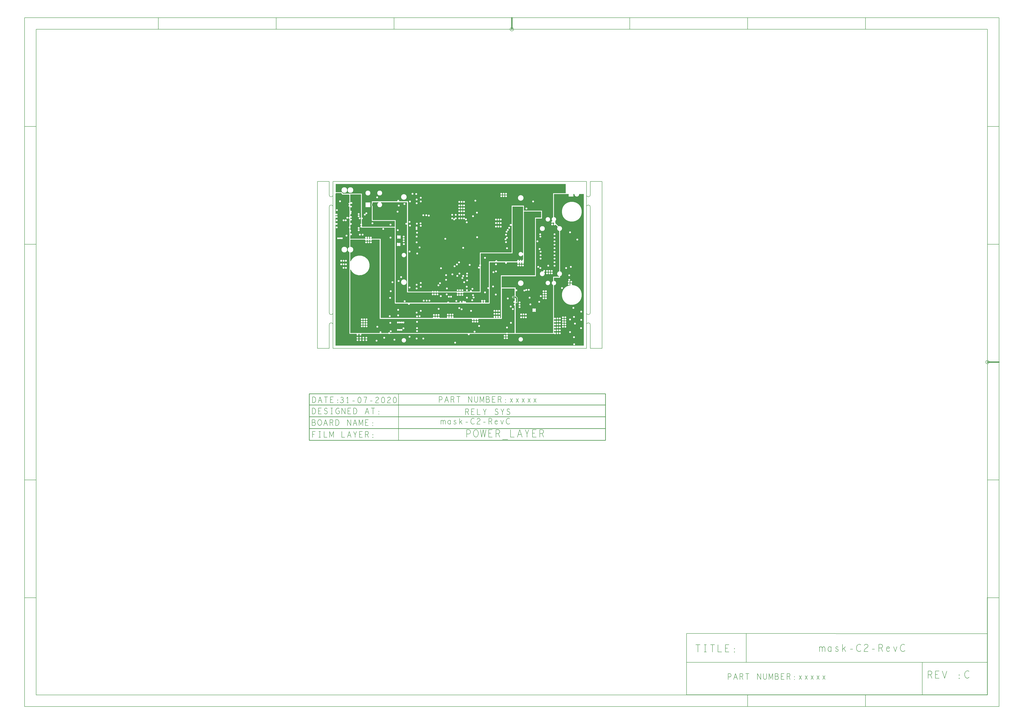
<source format=gbr>
G04 ================== begin FILE IDENTIFICATION RECORD ==================*
G04 Layout Name:  E:/Mask Board/WORK/16-05-22/mask-C2-RevC.brd*
G04 Film Name:    mask-C2-RevC_L3-PWR.gbr*
G04 File Format:  Gerber RS274X*
G04 File Origin:  Cadence Allegro 16.6-P004*
G04 Origin Date:  Mon May 16 22:50:49 2022*
G04 *
G04 Layer:  VIA CLASS/L3-PWR*
G04 Layer:  PIN/L3-PWR*
G04 Layer:  ETCH/L3-PWR*
G04 Layer:  DRAWING FORMAT/OUTLINE_DATA*
G04 Layer:  BOARD GEOMETRY/OUTLINE*
G04 Layer:  BOARD GEOMETRY/TITLE_BLOCK*
G04 *
G04 Offset:    (0.00 0.00)*
G04 Mirror:    No*
G04 Mode:      Positive*
G04 Rotation:  0*
G04 FullContactRelief:  No*
G04 UndefLineWidth:     6.00*
G04 ================== end FILE IDENTIFICATION RECORD ====================*
%FSLAX55Y55*MOIN*%
%IR0*IPPOS*OFA0.00000B0.00000*MIA0B0*SFA1.00000B1.00000*%
%ADD11C,.02*%
%ADD12C,.063*%
%ADD10C,.083*%
%ADD13C,.01*%
%ADD14C,.01969*%
%ADD15C,.005*%
%ADD16C,.006*%
%ADD17C,.00787*%
%ADD18C,.03204*%
%ADD23C,.08304*%
%ADD20C,.07404*%
%ADD24C,.09404*%
%ADD22C,.07514*%
%ADD19C,.09604*%
%ADD21C,.33504*%
G75*
%LPD*%
G75*
G36*
G01X4393Y4424D02*
Y209644D01*
X4464Y209747D01*
X4523Y209769D01*
X4873Y209901D01*
G02X4992Y209908I71J-187D01*
G01X5023Y209900D01*
X5073Y209869D01*
X5094Y209845D01*
G03Y211955I1206J1055D01*
G01X5052Y211907D01*
X4931Y211877D01*
X4523Y212031D01*
X4464Y212053D01*
X4393Y212156D01*
Y221444D01*
X4464Y221547D01*
X4523Y221569D01*
X4873Y221701D01*
G02X4992Y221708I71J-187D01*
G01X5023Y221700D01*
X5073Y221669D01*
X5094Y221645D01*
G03Y223755I1206J1055D01*
G01X5052Y223707D01*
X4931Y223677D01*
X4523Y223831D01*
X4464Y223853D01*
X4393Y223956D01*
Y225375D01*
G02X4516Y225560I200J0D01*
G01X4856Y225702D01*
G02X5073Y225661I78J-184D01*
G01X5074Y225660D01*
G03Y227940I1126J1140D01*
G01X5073Y227939D01*
G02X4856Y227898I-139J143D01*
G01X4516Y228040D01*
G02X4393Y228225I77J185D01*
G01Y262190D01*
X4423Y262264D01*
X4452Y262292D01*
X5351Y263191D01*
G02X5493Y263250I142J-141D01*
G01X14006D01*
X14080Y263220D01*
X14108Y263191D01*
X15113Y262186D01*
G02X15172Y262044I-141J-142D01*
G01Y260872D01*
G03X15231Y260730I200J0D01*
G01X15251Y260710D01*
X15287Y260695D01*
G03X15363Y260680I76J185D01*
G01X27347D01*
X27421Y260650D01*
X27449Y260621D01*
X27791Y260279D01*
G02X27850Y260137I-141J-142D01*
G01Y246979D01*
X27760Y246869D01*
X27688Y246855D01*
G03Y243711I307J-1572D01*
G02X27850Y243515I-38J-196D01*
G01Y243279D01*
X27760Y243169D01*
X27688Y243155D01*
G03Y240011I307J-1572D01*
G02X27850Y239815I-38J-196D01*
G01Y222887D01*
X27763Y222778D01*
X27694Y222762D01*
G03Y219638I356J-1562D01*
G01X27763Y219622D01*
X27850Y219513D01*
Y206745D01*
G02X27821Y206641I-200J0D01*
G01X27758Y206537D01*
X27722Y206502D01*
X27700Y206489D01*
G03Y203711I800J-1389D01*
G01X27722Y203698D01*
X27758Y203663D01*
X27821Y203559D01*
G02X27850Y203455I-171J-104D01*
G01Y200019D01*
G02X27822Y199917I-200J0D01*
G03Y198283I1378J-817D01*
G02X27850Y198181I-172J-102D01*
G01Y171822D01*
G02X27730Y171638I-200J-1D01*
G03Y162836I1920J-4401D01*
G02X27850Y162652I-80J-183D01*
G01Y24266D01*
X27879D01*
X27928Y24235D01*
G03X28036Y24203I108J168D01*
G01X39866D01*
G02X40039Y24103I0J-200D01*
G01X40240Y23757D01*
Y23649D01*
X40213Y23603D01*
G03X42987I1387J-803D01*
G01X42960Y23649D01*
Y23757D01*
X43161Y24103D01*
G02X43334Y24203I173J-100D01*
G01X44866D01*
G02X45039Y24103I0J-200D01*
G01X45240Y23757D01*
Y23649D01*
X45213Y23603D01*
G03X47987I1387J-803D01*
G01X47960Y23650D01*
Y23756D01*
X48160Y24102D01*
G02X48233Y24175I173J-100D01*
G02X48333Y24202I100J-173D01*
G01X94385D01*
X94503Y24162D01*
X94528Y24144D01*
G03X96412I942J1296D01*
G01X96437Y24162D01*
X96555Y24202D01*
X228418D01*
G02X228462Y24197I0J-200D01*
G01X228525Y24183D01*
X228566Y24164D01*
X228594Y24130D01*
X228790Y23896D01*
G02X228833Y23733I-154J-128D01*
G01Y23732D01*
G03X231987I1577J-282D01*
G01X231979Y23776D01*
X232002Y23862D01*
X232226Y24130D01*
G02X232295Y24183I153J-128D01*
G01X232335Y24202D01*
X293617D01*
G02X293718Y24175I1J-200D01*
G01X293801Y24126D01*
G02X293872Y24055I-101J-172D01*
G03X296630I1379J815D01*
G02X296701Y24126I172J-101D01*
G01X296784Y24175D01*
G02X296885Y24202I100J-173D01*
G01X309841D01*
G03X309950Y24234I0J200D01*
G01X309974Y24250D01*
X310029Y24266D01*
X374886D01*
G03X375083Y24432I0J200D01*
G01Y24435D01*
G02X375280Y24599I197J-36D01*
G01X375343D01*
X375440Y24539D01*
X375465Y24488D01*
G03X375794Y26359I1435J712D01*
G01X375767Y26334D01*
X375683Y26299D01*
G02X375530I-76J185D01*
G01X375210Y26432D01*
G02X375194Y26439I72J187D01*
G01Y26440D01*
G02X375086Y26617I92J177D01*
G01Y28783D01*
G02X375168Y28944I200J0D01*
G01X375188Y28959D01*
X375530Y29101D01*
G02X375683I76J-185D01*
G01X375767Y29066D01*
X375794Y29041D01*
G03Y31359I1106J1159D01*
G01X375767Y31334D01*
X375683Y31299D01*
G02X375530I-76J185D01*
G01X375210Y31432D01*
G02X375194Y31439I72J187D01*
G01Y31440D01*
G02X375086Y31617I92J177D01*
G01Y33783D01*
G02X375168Y33944I200J0D01*
G01X375188Y33959D01*
X375530Y34101D01*
G02X375683I76J-185D01*
G01X375767Y34066D01*
X375794Y34041D01*
G03Y36359I1106J1159D01*
G01X375767Y36334D01*
X375683Y36299D01*
G02X375530I-76J185D01*
G01X375210Y36432D01*
G02X375194Y36439I72J187D01*
G01Y36440D01*
G02X375086Y36617I92J177D01*
G01Y38783D01*
G02X375168Y38944I200J0D01*
G01X375188Y38959D01*
X375530Y39101D01*
G02X375683I76J-185D01*
G01X375767Y39066D01*
X375794Y39041D01*
G03Y41359I1106J1159D01*
G01X375767Y41334D01*
X375683Y41299D01*
G02X375530I-76J185D01*
G01X375210Y41432D01*
G02X375194Y41439I72J187D01*
G01Y41440D01*
G02X375086Y41617I92J177D01*
G01Y43783D01*
G02X375168Y43944I200J0D01*
G01X375188Y43959D01*
X375530Y44101D01*
G02X375683I76J-185D01*
G01X375767Y44066D01*
X375794Y44041D01*
G03Y46359I1106J1159D01*
G01X375767Y46334D01*
X375683Y46299D01*
G02X375530I-76J185D01*
G01X375210Y46432D01*
G02X375194Y46439I72J187D01*
G01Y46440D01*
G02X375086Y46617I92J177D01*
G01Y48783D01*
G02X375168Y48944I200J0D01*
G01X375188Y48959D01*
X375530Y49101D01*
G02X375683I76J-185D01*
G01X375767Y49066D01*
X375794Y49041D01*
G03Y51359I1106J1159D01*
G01X375767Y51334D01*
X375683Y51299D01*
G02X375530I-76J185D01*
G01X375210Y51432D01*
G02X375194Y51439I72J187D01*
G01Y51440D01*
G02X375086Y51617I92J177D01*
G01Y106603D01*
G02X375260Y106801I200J0D01*
G01X375273Y106803D01*
X375279D01*
G03Y114299I-261J3748D01*
G01X375273D01*
X375260Y114301D01*
G02X375086Y114499I26J198D01*
G01Y119579D01*
G02X375286Y119779I200J0D01*
G01X385200D01*
G03X385400Y119979I0J200D01*
G01Y122142D01*
X385485Y122249D01*
X385552Y122266D01*
G03Y130332I-987J4033D01*
G01X385485Y130349D01*
X385400Y130456D01*
Y198914D01*
X385485Y199021D01*
X385552Y199038D01*
G03X382875Y206863I-986J4033D01*
G01X382855Y206854D01*
X382806Y206844D01*
G02X382625Y206899I-39J196D01*
G01X377181Y212343D01*
X377152Y212372D01*
X377122Y212443D01*
Y212484D01*
X377120Y212764D01*
G02X377176Y212904I200J1D01*
G01X377177Y212905D01*
G03X377160Y215157I-1148J1117D01*
G01X377159Y215158D01*
G02X377101Y215315I142J142D01*
G01X377129Y215665D01*
X377172Y215741D01*
X377208Y215767D01*
G03X375279Y222567I-2190J3052D01*
G01X375273D01*
X375259Y222569D01*
G02X375086Y222767I27J198D01*
G01Y261431D01*
G02X375286Y261631I200J0D01*
G01X399760D01*
G02X399960Y261431I0J-200D01*
G01Y257506D01*
G03X400160Y257306I200J0D01*
G01X407700D01*
G03X407900Y257506I0J200D01*
G01Y261431D01*
G02X408100Y261631I200J0D01*
G01X409402D01*
G02X409543Y261573I0J-200D01*
G01X409771Y261348D01*
X409802Y261276D01*
Y261236D01*
G03X417742I3970J40D01*
G01Y261276D01*
X417773Y261348D01*
X418001Y261573D01*
G02X418142Y261631I141J-142D01*
G01X425603D01*
G02X425803Y261431I0J-200D01*
G01Y4424D01*
G02X425603Y4224I-200J0D01*
G01X4593D01*
G02X4393Y4424I0J200D01*
G37*
G36*
G01X310187Y88492D02*
G02X309988Y88691I1J200D01*
G01Y96429D01*
G02X310084Y96600I200J0D01*
G01X310375Y96777D01*
G02X310569Y96785I104J-171D01*
G01X310570Y96784D01*
G03X310571Y99636I730J1426D01*
G01X310569D01*
Y99635D01*
G02X310375Y99643I-90J179D01*
G01X310084Y99820D01*
G02X309988Y99991I104J171D01*
G01Y102722D01*
G03X309788Y102922I-201J-1D01*
G01X286648D01*
G02X286448Y103122I0J200D01*
G01Y121888D01*
G02X286648Y122088I200J0D01*
G01X344130D01*
G03X344330Y122288I0J200D01*
G01Y219928D01*
Y219938D01*
G02X344520Y220128I200J-11D01*
G01X354498D01*
G03X354698Y220328I0J200D01*
G01Y233212D01*
G03X354498Y233412I-200J0D01*
G01X324234D01*
G02X324034Y233612I0J200D01*
G01Y241762D01*
G03X323834Y241962I-201J-1D01*
G01X303418D01*
G03X303218Y241762I0J-201D01*
G01Y210682D01*
G02X303102Y210501I-200J0D01*
G01X302721Y210323D01*
X302606Y210338D01*
X302561Y210376D01*
G03Y207924I-1031J-1226D01*
G01X302606Y207962D01*
X302721Y207977D01*
X303102Y207799D01*
G02X303218Y207618I-84J-181D01*
G01Y162692D01*
G02X303018Y162492I-200J0D01*
G01X249483D01*
G03X249284Y162293I1J-200D01*
G01Y142451D01*
G02X249247Y142335I-200J0D01*
G01X249229Y142309D01*
X249180Y142272D01*
X249150Y142262D01*
G03Y139238I530J-1512D01*
G01X249180Y139228D01*
X249229Y139191D01*
X249247Y139165D01*
G02X249284Y139049I-163J-116D01*
G01Y138270D01*
Y138263D01*
G02X249173Y138091I-200J7D01*
G01X248854Y137931D01*
G02X248646Y137949I-89J179D01*
G01X248645D01*
G03Y135379I-957J-1285D01*
G01X248646D01*
G02X248854Y135397I119J-161D01*
G01X249173Y135237D01*
G02X249284Y135065I-89J-179D01*
G01Y96294D01*
Y96284D01*
G02X249094Y96094I-201J11D01*
G01X236038D01*
G02X236018Y96095I0J200D01*
G02X235879Y96172I20J199D01*
G01X235656Y96460D01*
X235638Y96549D01*
X235650Y96595D01*
G03X232550I-1550J405D01*
G01X232562Y96549D01*
X232544Y96460D01*
X232321Y96172D01*
G02X232182Y96095I-159J122D01*
G02X232162Y96094I-20J199D01*
G01X178943D01*
G02X178836Y96125I0J200D01*
G01X178812Y96140D01*
X178776Y96180D01*
X178763Y96206D01*
G03X175887I-1438J-706D01*
G01X175874Y96180D01*
X175838Y96140D01*
X175814Y96125D01*
G02X175707Y96094I-107J169D01*
G01X174943D01*
G02X174836Y96125I0J200D01*
G01X174812Y96140D01*
X174776Y96180D01*
X174763Y96206D01*
G03X171887I-1438J-706D01*
G01X171874Y96180D01*
X171838Y96140D01*
X171814Y96125D01*
G02X171707Y96094I-107J169D01*
G01X170943D01*
G02X170836Y96125I0J200D01*
G01X170812Y96140D01*
X170776Y96180D01*
X170763Y96206D01*
G03X167887I-1438J-706D01*
G01X167874Y96180D01*
X167838Y96140D01*
X167814Y96125D01*
G02X167707Y96094I-107J169D01*
G01X127462D01*
G02X127262Y96294I0J200D01*
G01Y249052D01*
G03X127062Y249252I-200J-1D01*
G01X112725D01*
G02X112560Y249339I0J200D01*
G01X112373Y249611D01*
G02X112339Y249702I165J113D01*
G01X112334Y249751D01*
X112352Y249797D01*
G03X109368I-1492J583D01*
G02X109381Y249702I-186J-74D01*
G01X109375Y249652D01*
X109160Y249339D01*
G02X108995Y249252I-165J113D01*
G01X66098D01*
G03X65898Y249052I1J-201D01*
G01Y245768D01*
G03Y245766I200J-1D01*
G01Y245736D01*
X65881Y245679D01*
X65864Y245654D01*
G03X65872Y241012I3447J-2315D01*
G01X65889Y240988D01*
X65915Y240904D01*
G02X65924Y240845I-191J-59D01*
G01Y216176D01*
G03X66124Y215976I200J0D01*
G01X104746D01*
X104756D01*
G02X104946Y215786I-11J-201D01*
G01Y206242D01*
G02X104746Y206042I-200J0D01*
G01X49708D01*
X49594Y206150D01*
X49589Y206230D01*
G03X49206Y207175I-1599J-98D01*
G01X49184Y207202D01*
X49147Y207299D01*
G02X49134Y207370I187J71D01*
G01Y208596D01*
G02X49147Y208667I200J0D01*
G01X49184Y208764D01*
X49206Y208791D01*
G03Y210875I-1216J1042D01*
G01X49184Y210902D01*
X49147Y210999D01*
G02X49134Y211070I187J71D01*
G01Y218536D01*
G02X49292Y218732I200J0D01*
G01X49293D01*
G03Y221868I-327J1568D01*
G01X49292D01*
G02X49134Y222064I42J196D01*
G01Y262278D01*
G03X48934Y262478I-201J0D01*
G01X28092D01*
G03X27899Y262330I1J-200D01*
G01X27881Y262264D01*
X27774Y262182D01*
X16873D01*
G02X16674Y262382I1J199D01*
G01Y262666D01*
G03X16615Y262808I-200J0D01*
G01X14730Y264693D01*
G03X14588Y264752I-142J-141D01*
G01X4872D01*
G03X4794Y264736I0J-200D01*
G01X4790Y264734D01*
G02X4527Y264840I-79J184D01*
G01X4518Y264863D01*
G02X4500Y264946I182J83D01*
G01Y278433D01*
G02X4700Y278633I200J0D01*
G01X394800D01*
G02X395000Y278433I0J-200D01*
G01Y263332D01*
G02X394800Y263132I-200J0D01*
G01X373784D01*
G03X373584Y262932I0J-200D01*
G01Y222482D01*
G02X373552Y222373I-200J0D01*
G01X373483Y222266D01*
X373441Y222229D01*
X373416Y222217D01*
G03X372238Y216292I1602J-3398D01*
G01X372277Y216249D01*
X372297Y216134D01*
X372134Y215746D01*
G02X371960Y215623I-185J77D01*
G01X371959D01*
G03X373431Y213247I70J-1600D01*
G01X373454Y213289D01*
X373530Y213342D01*
X373895Y213393D01*
G02X374064Y213337I28J-198D01*
G01X375343Y212058D01*
G02X375399Y211889I-142J-141D01*
G01X375348Y211524D01*
X375295Y211448D01*
X375253Y211425D01*
G03X377431Y209247I776J-1402D01*
G01X377454Y209289D01*
X377530Y209342D01*
X377895Y209393D01*
G02X378064Y209337I28J-198D01*
G01X381381Y206020D01*
G02X381392Y205749I-141J-141D01*
G03X383738Y199002I3173J-2678D01*
G01X383808Y198988D01*
X383898Y198877D01*
Y130493D01*
X383808Y130382D01*
X383738Y130368D01*
G03Y122230I827J-4069D01*
G01X383808Y122216D01*
X383898Y122105D01*
Y121480D01*
G02X383698Y121280I-200J0D01*
G01X373784D01*
G03X373584Y121080I0J-200D01*
G01Y114214D01*
G02X373552Y114105I-200J0D01*
G01X373483Y113998D01*
X373441Y113961D01*
X373416Y113949D01*
G03Y107153I1602J-3398D01*
G01X373441Y107141D01*
X373483Y107104D01*
X373552Y106997D01*
G02X373584Y106888I-168J-109D01*
G01Y25968D01*
G02X373384Y25768I-200J0D01*
G01X310188D01*
G02X309988Y25968I0J200D01*
G01Y73305D01*
X309994Y73329D01*
G03Y74111I-1554J391D01*
G01X309988Y74135D01*
Y76436D01*
G02X310094Y76613I200J0D01*
G01X310454Y76805D01*
X310564Y76799D01*
X310611Y76767D01*
G03X313422Y78260I1009J1493D01*
G01Y85463D01*
G03X313363Y85605I-200J0D01*
G01X310535Y88433D01*
G03X310393Y88492I-142J-141D01*
G01X310187D01*
G37*
G36*
G01X65925Y183948D02*
X66124Y184156D01*
G02X66269Y184218I145J-138D01*
G01X79153D01*
G02X79352Y184019I0J-200D01*
G01Y50128D01*
G03X79399Y49999I200J0D01*
G01X79419Y49975D01*
X79461Y49875D01*
G03X79504Y49811I184J77D01*
G01X79518Y49797D01*
X235296D01*
X235347Y49785D01*
G02X235459Y49714I-45J-195D01*
G01X235676Y49439D01*
X235695Y49351D01*
X235685Y49306D01*
G03X238805I1560J-366D01*
G01X238794Y49352D01*
X238814Y49440D01*
X239037Y49721D01*
G02X239194Y49797I157J-124D01*
G01X239296D01*
X239347Y49785D01*
G02X239459Y49714I-45J-195D01*
G01X239676Y49439D01*
X239695Y49351D01*
X239685Y49306D01*
G03X242805I1560J-366D01*
G01X242794Y49352D01*
X242814Y49440D01*
X243037Y49721D01*
G02X243194Y49797I157J-124D01*
G01X243296D01*
X243347Y49785D01*
G02X243459Y49714I-45J-195D01*
G01X243676Y49439D01*
X243695Y49351D01*
X243685Y49306D01*
G03X246805I1560J-366D01*
G01X246794Y49352D01*
X246814Y49440D01*
X247037Y49721D01*
G02X247194Y49797I157J-124D01*
G01X286527D01*
G03X286727Y49997I0J200D01*
G01Y101220D01*
G02X286927Y101420I200J0D01*
G01X308286D01*
G02X308486Y101220I0J-200D01*
G01Y88692D01*
G02X308286Y88492I-200J0D01*
G01X305720D01*
G03Y84888I0J-1802D01*
G01X308286D01*
G02X308486Y84688I0J-200D01*
G01Y80370D01*
G02X308437Y80238I-200J-1D01*
G01X308427Y80226D01*
X308186Y80020D01*
G02X308111Y79980I-129J152D01*
G01X308070Y79968D01*
X308027Y79974D01*
G03Y76806I-237J-1584D01*
G01X308070Y76812D01*
X308111Y76800D01*
G02X308186Y76760I-54J-192D01*
G01X308427Y76554D01*
X308437Y76542D01*
G02X308486Y76410I-151J-131D01*
G01Y75555D01*
X308459Y75486D01*
X308433Y75458D01*
X308354Y75372D01*
X308323Y75356D01*
X308234Y75309D01*
X308200Y75304D01*
G03Y72136I240J-1584D01*
G01X308234Y72131D01*
X308323Y72084D01*
X308354Y72068D01*
X308433Y71982D01*
G02X308486Y71846I-147J-136D01*
G01Y25904D01*
G02X308286Y25704I-200J0D01*
G01X296727D01*
G02X296563Y25789I0J200D01*
G03X293939I-1312J-919D01*
G02X293775Y25704I-164J115D01*
G01X97215D01*
G02X97022Y25839I-4J200D01*
G03X93922Y25852I-1552J-399D01*
G01X93904Y25786D01*
X93797Y25704D01*
X82462D01*
G03X82385Y25689I-1J-200D01*
G01X82244Y25739D01*
X82011Y26165D01*
X82015Y26273D01*
X82046Y26320D01*
G03X79354I-1346J870D01*
G01X79385Y26273D01*
X79389Y26165D01*
X79160Y25745D01*
X79028Y25692D01*
X78988Y25704D01*
X29591D01*
G02X29391Y25904I0J200D01*
G01Y133167D01*
G02X29547Y133362I200J0D01*
G01X29927Y133448D01*
G02X30068Y133428I44J-195D01*
G01X30097Y133412D01*
X30139Y133366D01*
X30153Y133337D01*
G03Y147562I15167J7112D01*
G01X30122Y147498D01*
X29996Y147436D01*
X29547Y147538D01*
G02X29391Y147733I44J195D01*
G01Y162152D01*
X29395Y162172D01*
X29399Y162195D01*
G02X29457Y162301I196J-39D01*
G01X29510Y162352D01*
G02X29573Y162393I139J-144D01*
G01X29673Y162435D01*
X29711D01*
G03Y172039I-61J4802D01*
G01X29673D01*
X29573Y172081D01*
G02X29510Y172122I76J185D01*
G01X29452Y172178D01*
G02X29391Y172322I139J144D01*
G01Y184018D01*
G02X29591Y184218I200J0D01*
G01X54272D01*
G02X54416Y184156I-1J-200D01*
G01X54615Y183948D01*
G02X54658Y183877I-146J-137D01*
G01X54672Y183837D01*
X54670Y183797D01*
G03X57870I1600J-87D01*
G01X57868Y183837D01*
X57882Y183877D01*
G02X57925Y183948I189J-66D01*
G01X58124Y184156D01*
G02X58269Y184218I145J-138D01*
G01X58271D01*
G02X58416Y184156I0J-200D01*
G01X58615Y183948D01*
G02X58658Y183877I-146J-137D01*
G01X58672Y183837D01*
X58670Y183797D01*
G03X61870I1600J-87D01*
G01X61868Y183837D01*
X61882Y183877D01*
G02X61925Y183948I189J-66D01*
G01X62124Y184156D01*
G02X62269Y184218I145J-138D01*
G01X62271D01*
G02X62416Y184156I0J-200D01*
G01X62615Y183948D01*
G02X62658Y183877I-146J-137D01*
G01X62672Y183837D01*
X62670Y183797D01*
G03X65870I1600J-87D01*
G01X65868Y183837D01*
X65882Y183877D01*
G02X65925Y183948I189J-66D01*
G37*
G36*
G01X80854Y51651D02*
Y185520D01*
G03X80654Y185720I-200J0D01*
G01X65486D01*
G02X65297Y185856I0J200D01*
G01X65155Y186276D01*
X65192Y186398D01*
X65243Y186438D01*
G03X63297I-973J1272D01*
G01X63348Y186398D01*
X63385Y186276D01*
X63243Y185856D01*
G02X63054Y185720I-189J64D01*
G01X61486D01*
G02X61297Y185856I0J200D01*
G01X61155Y186276D01*
X61192Y186398D01*
X61243Y186438D01*
G03X59297I-973J1272D01*
G01X59348Y186398D01*
X59385Y186276D01*
X59243Y185856D01*
G02X59054Y185720I-189J64D01*
G01X57486D01*
G02X57297Y185856I0J200D01*
G01X57155Y186276D01*
X57192Y186398D01*
X57243Y186438D01*
G03X55297I-973J1272D01*
G01X55348Y186398D01*
X55385Y186276D01*
X55243Y185856D01*
G02X55054Y185720I-189J64D01*
G01X29594D01*
G02X29394Y185920I0J200D01*
G01Y191388D01*
G02X29486Y191556I200J0D01*
G01X29812Y191766D01*
X29914Y191773D01*
X29961Y191752D01*
G03Y194664I667J1456D01*
G01X29914Y194643D01*
X29812Y194650D01*
X29486Y194860D01*
G02X29394Y195028I108J168D01*
G01Y197413D01*
X29481Y197521D01*
X29550Y197537D01*
G03Y200663I-350J1563D01*
G01X29481Y200679D01*
X29394Y200787D01*
Y203668D01*
G02X29473Y203827I200J0D01*
G03Y206373I-973J1273D01*
G02X29394Y206532I121J159D01*
G01Y209059D01*
G02X29484Y209226I200J0D01*
G01X29804Y209437D01*
X29904Y209447D01*
X29951Y209427D01*
G03Y212373I629J1473D01*
G01X29904Y212353D01*
X29804Y212363D01*
X29484Y212574D01*
G02X29394Y212741I110J167D01*
G01Y216359D01*
G02X29484Y216526I200J0D01*
G01X29804Y216737D01*
X29904Y216747D01*
X29951Y216727D01*
G03Y219673I629J1473D01*
G01X29904Y219653D01*
X29804Y219663D01*
X29484Y219874D01*
G02X29394Y220041I110J167D01*
G01Y220298D01*
X29408Y220350D01*
X29423Y220374D01*
G03X29624Y220904I-1374J824D01*
G01X29632Y220947D01*
X29679Y221015D01*
X30003Y221216D01*
X30084Y221227D01*
X30126Y221216D01*
G03X29947Y224238I433J1542D01*
G01X29900Y224219D01*
X29802Y224229D01*
X29483Y224442D01*
G02X29394Y224608I111J166D01*
G01Y226734D01*
G02X29448Y226871I200J0D01*
G01X29662Y227098D01*
X29731Y227131D01*
X29769Y227133D01*
G03X30846Y229818I-101J1599D01*
G01X30815Y229852D01*
X30788Y229936D01*
X30844Y230333D01*
X30893Y230407D01*
X30932Y230431D01*
G03X29855Y233383I-832J1369D01*
G01X29812Y233376D01*
X29728Y233400D01*
X29464Y233627D01*
G02X29394Y233778I130J152D01*
G01Y238669D01*
G02X29494Y238843I200J1D01*
G01X29842Y239043D01*
X29948Y239042D01*
X29995Y239015D01*
G03X30082Y241832I805J1385D01*
G01X30043Y241812D01*
X29955Y241809D01*
X29594Y241962D01*
X29535Y242026D01*
X29522Y242068D01*
G03X29417Y242322I-1528J-483D01*
G02X29394Y242414I177J93D01*
G01Y244452D01*
G02X29417Y244544I200J-1D01*
G03X29569Y244985I-1423J737D01*
G01X29579Y245039D01*
X29650Y245120D01*
X30084Y245267D01*
X30189Y245245D01*
X30229Y245208D01*
G03X30095Y247455I1071J1191D01*
G01X30053Y247408D01*
X29933Y247378D01*
X29524Y247532D01*
G02X29394Y247719I70J187D01*
G01Y260776D01*
G02X29594Y260976I200J0D01*
G01X47432D01*
G02X47632Y260776I0J-200D01*
G01Y221246D01*
G02X47602Y221141I-200J0D01*
G03Y219459I1364J-841D01*
G02X47632Y219354I-170J-105D01*
G01Y211481D01*
X47556Y211376D01*
X47494Y211356D01*
G03Y208310I496J-1523D01*
G01X47556Y208290D01*
X47632Y208185D01*
Y207781D01*
X47556Y207676D01*
X47494Y207656D01*
G03Y204610I496J-1523D01*
G01X47632Y204565D01*
Y204540D01*
X47820D01*
X47830Y204539D01*
G03X48150I160J1594D01*
G01X48160Y204540D01*
X104746D01*
G02X104946Y204340I0J-200D01*
G01Y76072D01*
G03X105146Y75872I200J0D01*
G01X105200D01*
G02X105400Y75672I0J-200D01*
G01Y75649D01*
X105517Y75532D01*
X126890D01*
G02X127034Y75470I-1J-200D01*
G01X127262Y75233D01*
X127291Y75157D01*
X127289Y75116D01*
G03X130491I1601J-66D01*
G01X130489Y75157D01*
X130518Y75233D01*
X130746Y75470D01*
G02X130890Y75532I145J-138D01*
G01X252065D01*
G02X252171Y75502I1J-200D01*
G03X253869I849J1358D01*
G02X253975Y75532I105J-170D01*
G01X256065D01*
G02X256171Y75502I1J-200D01*
G03X257869I849J1358D01*
G02X257975Y75532I105J-170D01*
G01X264934D01*
G03X265134Y75732I0J200D01*
G01Y75756D01*
X265251Y75872D01*
X265908D01*
G03X266108Y76072I0J200D01*
G01Y145600D01*
G02X266308Y145800I200J0D01*
G01X291816D01*
G02X291981Y145712I-1J-200D01*
G01X292195Y145398D01*
X292206Y145299D01*
X292188Y145253D01*
G03X295166I1489J-590D01*
G01X295148Y145299D01*
X295159Y145398D01*
X295373Y145712D01*
G02X295538Y145800I166J-112D01*
G01X312566D01*
G02X312739Y145700I0J-200D01*
G01X312939Y145353D01*
Y145247D01*
X312912Y145200D01*
G03X315688I1388J-800D01*
G01X315661Y145247D01*
Y145353D01*
X315861Y145700D01*
G02X316034Y145800I173J-100D01*
G01X316566D01*
G02X316739Y145700I0J-200D01*
G01X316939Y145353D01*
Y145247D01*
X316912Y145200D01*
G03X319688I1388J-800D01*
G01X319661Y145247D01*
Y145353D01*
X319861Y145700D01*
G02X320034Y145800I173J-100D01*
G01X320566D01*
G02X320739Y145700I0J-200D01*
G01X320939Y145353D01*
Y145247D01*
X320912Y145200D01*
G03X323688I1388J-800D01*
G01X323661Y145247D01*
Y145353D01*
X323861Y145700D01*
G02X324034Y145800I173J-100D01*
G01X324108Y145874D01*
Y231711D01*
G02X324308Y231911I200J0D01*
G01X352996D01*
G02X353196Y231711I0J-200D01*
G01Y221829D01*
G02X352996Y221629I-200J0D01*
G01X343029D01*
G03X342829Y221429I0J-200D01*
G01Y123790D01*
G02X342629Y123590I-200J0D01*
G01X285147D01*
G03X284947Y123390I0J-200D01*
G01Y51651D01*
G02X284747Y51451I-200J0D01*
G01X283368D01*
G02X283180Y51584I0J200D01*
G01X283032Y51999D01*
X283065Y52120D01*
X283115Y52160D01*
G03X281085I-1015J1240D01*
G01X281135Y52120D01*
X281168Y51999D01*
X281020Y51584D01*
G02X280832Y51451I-188J67D01*
G01X279368D01*
G02X279180Y51584I0J200D01*
G01X279032Y51999D01*
X279065Y52120D01*
X279115Y52160D01*
G03X277085I-1015J1240D01*
G01X277135Y52120D01*
X277168Y51999D01*
X277020Y51584D01*
G02X276832Y51451I-188J67D01*
G01X275368D01*
G02X275180Y51584I0J200D01*
G01X275032Y51999D01*
X275065Y52120D01*
X275115Y52160D01*
G03X273085I-1015J1240D01*
G01X273135Y52120D01*
X273168Y51999D01*
X273020Y51584D01*
G02X272832Y51451I-188J67D01*
G01X204525D01*
G02X204346Y51563I1J200D01*
G01X204162Y51938D01*
X204174Y52051D01*
X204210Y52097D01*
G03X201680I-1265J983D01*
G01X201716Y52051D01*
X201728Y51938D01*
X201544Y51563D01*
G02X201365Y51451I-180J88D01*
G01X200525D01*
G02X200346Y51563I1J200D01*
G01X200162Y51938D01*
X200174Y52051D01*
X200210Y52097D01*
G03X197680I-1265J983D01*
G01X197716Y52051D01*
X197728Y51938D01*
X197544Y51563D01*
G02X197365Y51451I-180J88D01*
G01X196525D01*
G02X196346Y51563I1J200D01*
G01X196162Y51938D01*
X196174Y52051D01*
X196210Y52097D01*
G03X193680I-1265J983D01*
G01X193716Y52051D01*
X193728Y51938D01*
X193544Y51563D01*
G02X193365Y51451I-180J88D01*
G01X181280D01*
G02X181125Y51526I1J200D01*
G01X180901Y51804D01*
X180880Y51892D01*
X180890Y51937D01*
G03X177760I-1565J343D01*
G01X177770Y51892D01*
X177749Y51804D01*
X177525Y51526D01*
G02X177370Y51451I-156J125D01*
G01X177280D01*
G02X177125Y51526I1J200D01*
G01X176901Y51804D01*
X176880Y51892D01*
X176890Y51937D01*
G03X173760I-1565J343D01*
G01X173770Y51892D01*
X173749Y51804D01*
X173525Y51526D01*
G02X173370Y51451I-156J125D01*
G01X173280D01*
G02X173125Y51526I1J200D01*
G01X172901Y51804D01*
X172880Y51892D01*
X172890Y51937D01*
G03X169760I-1565J343D01*
G01X169770Y51892D01*
X169749Y51804D01*
X169525Y51526D01*
G02X169370Y51451I-156J125D01*
G01X81054D01*
G02X80854Y51651I0J200D01*
G37*
G36*
G01X106447Y77574D02*
Y217277D01*
G03X106247Y217477I-200J0D01*
G01X67626D01*
G02X67426Y217677I0J200D01*
G01Y247000D01*
X67400D01*
Y247550D01*
G02X67600Y247750I200J0D01*
G01X77157D01*
G02X77351Y247599I0J-200D01*
G01X77462Y247156D01*
X77407Y247030D01*
X77346Y246998D01*
G03X81276I1965J-3658D01*
G01X81215Y247030D01*
X81160Y247156D01*
X81271Y247599D01*
G02X81465Y247750I194J-49D01*
G01X125560D01*
G02X125760Y247550I0J-200D01*
G01Y212853D01*
G02X125659Y212679I-200J0D01*
G01X125310Y212480D01*
X125203Y212481D01*
X125156Y212508D01*
G03Y209752I-816J-1378D01*
G01X125203Y209779D01*
X125310Y209780D01*
X125659Y209581D01*
G02X125760Y209407I-99J-174D01*
G01Y94793D01*
G03X125960Y94593I200J0D01*
G01X167903D01*
G02X168061Y94516I0J-200D01*
G03X170589I1264J984D01*
G02X170747Y94593I158J-123D01*
G01X171903D01*
G02X172061Y94516I0J-200D01*
G03X174589I1264J984D01*
G02X174747Y94593I158J-123D01*
G01X175903D01*
G02X176061Y94516I0J-200D01*
G03X178589I1264J984D01*
G02X178747Y94593I158J-123D01*
G01X209726D01*
G02X209863Y94538I-1J-200D01*
G01X210091Y94322D01*
X210123Y94253D01*
X210125Y94214D01*
G03X213325I1600J86D01*
G01X213327Y94253D01*
X213359Y94322D01*
X213587Y94538D01*
G02X213724Y94593I138J-145D01*
G01X213726D01*
G02X213863Y94538I-1J-200D01*
G01X214091Y94322D01*
X214123Y94253D01*
X214125Y94214D01*
G03X217325I1600J86D01*
G01X217327Y94253D01*
X217359Y94322D01*
X217587Y94538D01*
G02X217724Y94593I138J-145D01*
G01X217726D01*
G02X217863Y94538I-1J-200D01*
G01X218091Y94322D01*
X218123Y94253D01*
X218125Y94214D01*
G03X221325I1600J86D01*
G01X221327Y94253D01*
X221359Y94322D01*
X221587Y94538D01*
G02X221724Y94593I138J-145D01*
G01X250585D01*
G03X250785Y94793I0J200D01*
G01Y139507D01*
G02X250840Y139645I200J0D01*
G03Y141855I-1160J1105D01*
G02X250785Y141993I145J138D01*
G01Y160791D01*
G02X250985Y160991I200J0D01*
G01X304520D01*
G03X304720Y161191I0J200D01*
G01Y240260D01*
G02X304920Y240460I200J0D01*
G01X322332D01*
G02X322532Y240260I0J-200D01*
G01Y161745D01*
G02X322385Y161552I-200J0D01*
G01X321947Y161432D01*
X321822Y161483D01*
X321787Y161541D01*
G03Y157783I-3189J-1879D01*
G01X321822Y157841D01*
X321947Y157892D01*
X322385Y157772D01*
G02X322532Y157579I-53J-193D01*
G01Y150395D01*
G02X322479Y150260I-200J1D01*
G01X322270Y150032D01*
X322203Y150000D01*
X322166Y149996D01*
G03X320753Y147984I134J-1596D01*
G01X320765Y147939D01*
X320747Y147847D01*
X320525Y147558D01*
G02X320367Y147480I-158J122D01*
G01X320233D01*
G02X320075Y147558I0J200D01*
G01X319853Y147847D01*
X319835Y147939D01*
X319847Y147984D01*
G03X316753I-1547J416D01*
G01X316765Y147939D01*
X316747Y147847D01*
X316525Y147558D01*
G02X316367Y147480I-158J122D01*
G01X316233D01*
G02X316075Y147558I0J200D01*
G01X315853Y147847D01*
X315835Y147939D01*
X315847Y147984D01*
G03X312753I-1547J416D01*
G01X312765Y147939D01*
X312747Y147847D01*
X312525Y147558D01*
G02X312367Y147480I-158J122D01*
G01X279200D01*
G02X279062Y147536I1J200D01*
G01X278834Y147755D01*
X278802Y147825D01*
X278801Y147864D01*
G03X275599I-1601J-64D01*
G01X275598Y147825D01*
X275566Y147755D01*
X275338Y147536D01*
G02X275200Y147480I-139J144D01*
G01X264806D01*
G03X264606Y147280I0J-200D01*
G01Y103733D01*
G02X264515Y103565I-200J0D01*
G01X264192Y103354D01*
X264092Y103346D01*
X264045Y103366D01*
G03Y100434I-645J-1466D01*
G01X264092Y100454D01*
X264192Y100446D01*
X264515Y100235D01*
G02X264606Y100067I-109J-168D01*
G01Y77574D01*
G02X264406Y77374I-200J0D01*
G01X258614D01*
X258515Y77439D01*
X258491Y77495D01*
G03X257798Y78260I-1470J-636D01*
G02X257695Y78435I97J175D01*
G01Y78785D01*
G02X257798Y78960I200J0D01*
G03X256242I-778J1400D01*
G02X256345Y78785I-97J-175D01*
G01Y78435D01*
G02X256242Y78260I-200J0D01*
G03X255549Y77495I777J-1401D01*
G01X255525Y77439D01*
X255426Y77374D01*
X254614D01*
X254515Y77439D01*
X254491Y77495D01*
G03X253798Y78260I-1470J-636D01*
G02X253695Y78435I97J175D01*
G01Y78785D01*
G02X253798Y78960I200J0D01*
G03X252242I-778J1400D01*
G02X252345Y78785I-97J-175D01*
G01Y78435D01*
G02X252242Y78260I-200J0D01*
G03X251549Y77495I777J-1401D01*
G01X251525Y77439D01*
X251426Y77374D01*
X226138D01*
G02X225987Y77444I1J200D01*
G01X225760Y77708D01*
X225736Y77792D01*
X225743Y77835D01*
G03X223214Y79373I-1583J245D01*
G01X223175Y79344D01*
X223083Y79329D01*
X222687Y79448D01*
X222619Y79512D01*
X222602Y79556D01*
G03X219834Y78019I-1502J-555D01*
G01X219869Y77973D01*
X219880Y77860D01*
X219697Y77486D01*
G02X219517Y77374I-180J88D01*
G01X218175D01*
G02X218004Y77470I0J200D01*
G01X217799Y77808D01*
X217796Y77912D01*
X217820Y77959D01*
G03X214980I-1420J741D01*
G01X215004Y77912D01*
X215001Y77808D01*
X214796Y77470D01*
G02X214625Y77374I-171J104D01*
G01X197402D01*
G02X197202Y77574I0J200D01*
G01Y77577D01*
G03X193998I-1602J23D01*
G01Y77574D01*
G02X193798Y77374I-200J0D01*
G01X106647D01*
G02X106447Y77574I0J200D01*
G37*
%LPC*%
G75*
G36*
G01X13295Y187540D02*
X13605D01*
G03X13760Y187614I0J200D01*
G02Y185586I1240J-1014D01*
G03X13605Y185660I-155J-126D01*
G01X13295D01*
G03X13140Y185586I0J-200D01*
G02X10650Y185598I-1240J1014D01*
G01X10620Y185636D01*
X10535Y185675D01*
X10120Y185662D01*
X10038Y185618D01*
X10010Y185578D01*
G02X9950Y187502I-1310J922D01*
G01X9980Y187464D01*
X10065Y187425D01*
X10480Y187438D01*
X10562Y187482D01*
X10590Y187522D01*
G02X13140Y187614I1310J-922D01*
G03X13295Y187540I155J126D01*
G37*
G36*
G01X405555Y107655D02*
G03X405880Y107043I339J-212D01*
G02X402710Y106848I-561J-16743D01*
G03X402958Y107495I-62J395D01*
G02X405555Y107655I1241J1013D01*
G37*
G36*
G01X326399Y97512D02*
G02X325953Y98912I-1579J268D01*
G03X326631Y99128I283J283D01*
G02X327077Y97728I1579J-268D01*
G03X326399Y97512I-283J-283D01*
G37*
G36*
G01X294308Y185342D02*
G02X293184Y186383I-1518J-512D01*
G03X293662Y186898I99J387D01*
G02X294786Y185857I1518J512D01*
G03X294308Y185342I-99J-387D01*
G37*
G36*
G01X207270Y218609D02*
G02X206199Y220114I-1602J-7D01*
G03X206731Y220493I132J377D01*
G02X207802Y218988I1602J7D01*
G03X207270Y218609I-132J-377D01*
G37*
G36*
G01X55360Y247492D02*
X63262D01*
G02X63462Y247292I0J-200D01*
G01Y239388D01*
G02X63262Y239188I-200J0D01*
G01X55360D01*
G02X55160Y239388I0J200D01*
G01Y247292D01*
G02X55360Y247492I200J0D01*
G37*
G36*
G01X341550Y62017D02*
X341250D01*
G03X341100Y61949I0J-200D01*
G02X338839Y64210I-1200J1061D01*
G03X338907Y64360I-132J150D01*
G01Y64660D01*
G03X338839Y64810I-200J0D01*
G02X341100Y67071I1061J1200D01*
G03X341250Y67003I150J132D01*
G01X341550D01*
G03X341700Y67071I0J200D01*
G02X343961Y64810I1200J-1061D01*
G03X343893Y64660I132J-150D01*
G01Y64360D01*
G03X343961Y64210I200J0D01*
G02X341700Y61949I-1061J-1200D01*
G03X341550Y62017I-150J-132D01*
G37*
G36*
G01X358715Y129529D02*
G03X358481Y128888I79J-392D01*
G02X356335Y130303I-3246J-2589D01*
G03X356832Y130771I106J386D01*
G02X358715Y129529I1568J329D01*
G37*
G36*
G01X143026Y203834D02*
G03X143028Y203278I288J-277D01*
G02X140724Y203269I-1148J-1118D01*
G03X140722Y203825I-288J277D01*
G02X143026Y203834I1148J1118D01*
G37*
G36*
G01X111340Y42586D02*
G02Y44614I-1240J1014D01*
G03X111960I310J253D01*
G02X114520Y44507I1240J-1014D01*
G03X114685Y44421I164J114D01*
G01X115015D01*
G03X115180Y44507I1J200D01*
G02X117740Y44614I1320J-907D01*
G03X118360I310J253D01*
G02Y42586I1240J-1014D01*
G03X117740I-310J-253D01*
G02X115180Y42693I-1240J1014D01*
G03X115015Y42779I-164J-114D01*
G01X114685D01*
G03X114520Y42693I-1J-200D01*
G02X111960Y42586I-1320J907D01*
G03X111340I-310J-253D01*
G37*
G36*
G01X115063Y29905D02*
X114692Y29893D01*
X114618Y29859D01*
X114591Y29828D01*
G02X112090Y29978I-1191J1072D01*
G01X112062Y30018D01*
X111980Y30062D01*
X111565Y30075D01*
X111480Y30036D01*
X111450Y29998D01*
G02X111510Y31922I-1250J1002D01*
G01X111538Y31882D01*
X111620Y31838D01*
X112035Y31825D01*
X112120Y31864D01*
X112150Y31902D01*
G02X114522Y32044I1250J-1002D01*
G01X114551Y32015D01*
X114627Y31985D01*
X114998Y31997D01*
X115072Y32031D01*
X115099Y32062D01*
G02X115168Y29846I1191J-1072D01*
G01X115139Y29875D01*
X115063Y29905D01*
G37*
G36*
G01X109253Y188422D02*
X109232Y188777D01*
X109200Y188846D01*
X109171Y188873D01*
G02X111570Y190970I1089J1175D01*
G01X111598Y190930D01*
X111680Y190886D01*
X112095Y190873D01*
X112180Y190912D01*
X112210Y190950D01*
G02X114677Y188907I1250J-1002D01*
G01X114653Y188878D01*
X114628Y188809D01*
X114636Y188468D01*
X114664Y188400D01*
X114689Y188373D01*
G02X112280Y186264I-1169J-1095D01*
G03X112125Y186338I-155J-126D01*
G01X111815D01*
G03X111660Y186264I0J-200D01*
G02X109203Y188320I-1241J1014D01*
G01X109229Y188350D01*
X109253Y188422D01*
G37*
G36*
G01X111377Y178328D02*
X111777Y178306D01*
X111859Y178339D01*
X111890Y178373D01*
G02X114296Y176259I1180J-1083D01*
G01X114273Y176232D01*
X114249Y176165D01*
X114252Y175833D01*
X114277Y175767D01*
X114300Y175740D01*
G02X111807Y173731I-1210J-1050D01*
G01X111780Y173767D01*
X111700Y173809D01*
X111298Y173825D01*
X111215Y173789D01*
X111185Y173755D01*
G02X108779Y175870I-1205J1055D01*
G01X108803Y175898D01*
X108829Y175966D01*
Y176304D01*
X108803Y176372D01*
X108779Y176400D01*
G02X111272Y178407I1200J1061D01*
G01X111299Y178370D01*
X111377Y178328D01*
G37*
G54D18*
X14000Y142200D03*
Y148200D03*
X6400Y205000D03*
Y216900D03*
X6730Y234330D03*
X12000Y249400D03*
X22000Y136200D03*
X18000D03*
Y142200D03*
X22000D03*
Y148200D03*
X18000D03*
X23100Y191100D03*
X24350Y221200D03*
X17885Y216951D03*
X21585D03*
X41600Y13800D03*
X46600D03*
Y17800D03*
X41600D03*
X51600Y13800D03*
X56600D03*
Y17800D03*
X51600D03*
X74080Y12660D03*
X87090Y17800D03*
X104380Y14310D03*
X130045Y19325D03*
X141970Y16175D03*
X153270Y16180D03*
X207410Y9290D03*
X291251Y20870D03*
Y16870D03*
X295251D03*
Y20870D03*
X384900Y30200D03*
X380900D03*
X384900Y25200D03*
X380900D03*
Y45200D03*
X384900D03*
X380900Y35200D03*
X384900D03*
X380900Y40200D03*
X384900D03*
X380900Y50200D03*
X384900D03*
X402220Y27210D03*
X394200Y44400D03*
X390200D03*
X394200Y40400D03*
X390200D03*
X394200Y36400D03*
X390200D03*
Y52400D03*
X394200D03*
X390200Y48400D03*
X394200D03*
X402300Y48660D03*
X388638Y102048D03*
X400199Y108508D03*
X401093Y116030D03*
X401059Y123645D03*
X400199Y112508D03*
X395780Y136100D03*
X402350Y196680D03*
X409190Y6720D03*
X409060Y18510D03*
X410730Y41670D03*
X409030Y53090D03*
X408063Y68393D03*
X404199Y112508D03*
X403740Y137990D03*
X414700Y184330D03*
X420940Y34000D03*
X421470Y48000D03*
X421280Y62000D03*
X372029Y210023D03*
X376000Y193228D03*
Y187323D03*
Y181417D03*
Y175512D03*
Y169606D03*
Y163701D03*
Y157795D03*
Y151890D03*
Y145984D03*
X371400Y131100D03*
Y127100D03*
X376000Y140079D03*
X363400Y127100D03*
Y131100D03*
X367400D03*
Y127100D03*
X365410Y140120D03*
X357200Y96800D03*
X361200D03*
X357200Y84800D03*
Y88800D03*
Y92800D03*
X361200D03*
Y88800D03*
Y84800D03*
X339590Y248850D03*
X351816Y193205D03*
X351904Y189308D03*
X347128Y181417D03*
X350640Y168430D03*
X352403Y163695D03*
Y157789D03*
Y151884D03*
X348400Y137900D03*
X352091Y135910D03*
X350029Y78759D03*
X352750Y88260D03*
X328211Y237040D03*
X332210Y99010D03*
X333760Y85520D03*
X334900Y74410D03*
X323200Y52400D03*
Y57400D03*
X327200Y52400D03*
Y57400D03*
X316500Y77800D03*
Y73800D03*
Y69800D03*
X319200Y52400D03*
Y57400D03*
X293570Y262070D03*
Y258070D03*
X299010Y204380D03*
X296810Y200540D03*
X294610Y197650D03*
X293670Y192690D03*
X293600Y180120D03*
X295251Y169538D03*
X285570Y262070D03*
X289570D03*
X285570Y258070D03*
X289570D03*
X284700Y212200D03*
X280700D03*
X276700D03*
X280700Y218200D03*
X284700D03*
X276700D03*
X280700Y206200D03*
X284700D03*
X276700D03*
X244300Y230000D03*
X244780Y188500D03*
X241600Y250400D03*
X237510Y223980D03*
X226900Y213560D03*
X232100Y141300D03*
X227249Y122171D03*
X227558Y115106D03*
X227757Y126679D03*
X227473Y98493D03*
X236700Y100779D03*
X226851Y104409D03*
X214333Y248500D03*
X222333D03*
X218333D03*
X214333Y242500D03*
X222333D03*
X218333D03*
Y226500D03*
X222333D03*
X214333D03*
X218333Y232500D03*
X222333D03*
X214333D03*
Y237500D03*
X222333D03*
X218333D03*
X214333Y220500D03*
X222333D03*
X218333D03*
X225730Y218820D03*
X221109Y170449D03*
X214040Y145640D03*
X222783Y111916D03*
X219750Y119000D03*
X214601Y126634D03*
X210964Y122638D03*
X221134Y122777D03*
X215725Y98300D03*
X219725D03*
X211725D03*
X202333Y226500D03*
X208333D03*
X202333Y220500D03*
X206242Y139142D03*
X210251Y141849D03*
X202613Y125333D03*
X190580Y185750D03*
X183400Y135800D03*
X191940Y116120D03*
X192061Y124121D03*
X181500Y110300D03*
X193400Y101400D03*
X178900Y106600D03*
X162800Y225100D03*
X148870Y249070D03*
Y255370D03*
X158200Y225600D03*
X153300D03*
X148630Y211890D03*
X148870Y207770D03*
X146930Y171010D03*
X148870Y104402D03*
Y110702D03*
X135100Y261940D03*
X141190Y261760D03*
X141900Y245900D03*
X142000Y252188D03*
X130765Y249100D03*
X142207Y211243D03*
X130627Y208093D03*
X129984Y214393D03*
X142790Y196110D03*
X141873Y189193D03*
Y179743D03*
X143130Y160830D03*
X130000Y164000D03*
X142100Y101200D03*
X142000Y107520D03*
X129900Y103070D03*
X97700Y209668D03*
X74910Y255970D03*
X56663Y229161D03*
X54046Y226544D03*
X67000Y212000D03*
X296740Y84280D03*
X301695Y70705D03*
X305290Y66260D03*
X295251Y35130D03*
X301846Y42990D03*
X247930Y37630D03*
X245245Y44940D03*
X237245D03*
X241245D03*
X240340Y27850D03*
X142520Y34160D03*
X142745Y44525D03*
X142820Y28890D03*
X119600Y33700D03*
X97910Y28560D03*
X97370Y42950D03*
X64270Y179710D03*
X56270D03*
X60270D03*
X57100Y48900D03*
X53100D03*
X57100Y40900D03*
Y36900D03*
Y44900D03*
X53100D03*
Y40900D03*
Y36900D03*
X49100Y48900D03*
Y44900D03*
Y40900D03*
Y36900D03*
X75300Y36200D03*
X43780Y203923D03*
Y200223D03*
X45800Y192800D03*
X45266Y220300D03*
X43800Y227663D03*
Y223963D03*
X50300Y192700D03*
X96480Y54250D03*
X96840Y85450D03*
X85300Y202300D03*
X110800Y55550D03*
X110550Y65000D03*
X97950Y96550D03*
X101040Y111920D03*
X97700Y187618D03*
X141900Y60230D03*
X142695Y53975D03*
X146930Y54280D03*
X148870Y63350D03*
X171325Y56280D03*
X175325D03*
X179325D03*
X179160Y66590D03*
X194945Y57080D03*
X202945D03*
X198945D03*
X214225Y67975D03*
X218260Y65950D03*
X234390Y63430D03*
X274100Y58400D03*
Y63400D03*
X271781Y104832D03*
X272400Y129100D03*
X278100Y58400D03*
X282100D03*
Y63400D03*
X278100D03*
X276168Y91032D03*
X276700Y142300D03*
X276800Y130400D03*
X314300Y140400D03*
X318300D03*
X322300D03*
X111170Y114120D03*
X109940Y200300D03*
X109640Y231740D03*
X111510Y241970D03*
X121815Y79585D03*
X115640Y120790D03*
X120230Y176600D03*
X119880Y181370D03*
Y185500D03*
X119930Y189500D03*
X121310Y244553D03*
X158843Y80780D03*
X154000D03*
X163500D03*
X169325Y91500D03*
X177325D03*
X173325D03*
X182900Y88300D03*
X192900Y91500D03*
X196530Y87270D03*
X200270Y87171D03*
X209400Y80000D03*
X211725Y90300D03*
X219725D03*
X215725D03*
X236357Y81265D03*
X237537Y89884D03*
X238782Y85841D03*
X227167Y85830D03*
X257900Y94800D03*
X257937Y153323D03*
G54D23*
X355235Y203071D03*
X79311Y263340D03*
X59311D03*
G54D20*
X120173Y13419D03*
X318598Y14994D03*
X120173Y158087D03*
G54D24*
X318598Y254944D03*
Y110276D03*
X120173Y256519D03*
Y111851D03*
G54D22*
X364782Y218819D03*
Y110551D03*
G54D19*
X19290Y167237D03*
X29650Y268419D03*
X19290D03*
G54D21*
X405319Y231535D03*
%LPD*%
G75*
G54D10*
X12400Y179368D03*
Y256288D03*
X36540Y179368D03*
Y256288D03*
G54D11*
G01X311620Y78260D02*
Y84800D01*
X309730Y86690D01*
X305720D01*
X6730Y269850D03*
X13700Y261960D03*
X10580Y262010D03*
X6760Y272610D03*
X93890Y209800D03*
Y213800D03*
X89890Y209800D03*
Y213800D03*
X85890D03*
X98430Y250700D03*
X129410Y138760D03*
Y134760D03*
X145410Y138760D03*
Y134760D03*
X141410Y138760D03*
Y134760D03*
X137410Y138760D03*
Y134760D03*
X133410D03*
Y138760D03*
X182900Y103300D03*
Y99300D03*
X178460Y99680D03*
X210200Y109600D03*
X202480Y102960D03*
X203000Y162500D03*
X214400Y108300D03*
X215250Y119000D03*
X221109Y166709D03*
X226300Y249000D03*
X230400Y97100D03*
X238146Y108146D03*
X238068Y115159D03*
X238147Y122157D03*
X230300Y249000D03*
X234300D03*
X247030Y109890D03*
Y113890D03*
Y117890D03*
Y121890D03*
X244400Y234200D03*
X268710Y140670D03*
X269114Y163886D03*
X261690Y163770D03*
X275462Y98162D03*
X289937Y144663D03*
X282500Y163900D03*
X305720Y86690D03*
X300431Y86793D03*
X304431Y90793D03*
X300431D03*
X304431Y94793D03*
X300431D03*
X304431Y98793D03*
X300431D03*
X311000Y55430D03*
X311620Y78260D03*
X318360Y227860D03*
X313360D03*
X308360D03*
Y232860D03*
X313360D03*
X318360D03*
Y237860D03*
X313360D03*
X308360D03*
X341920Y225720D03*
X346920D03*
X351920D03*
Y230720D03*
X346920D03*
X341920D03*
X368500Y54510D03*
X371300Y54410D03*
X368500Y60510D03*
Y57510D03*
X371300Y60410D03*
Y57410D03*
X386560Y249960D03*
Y254960D03*
X381560D03*
X376560D03*
X391560Y249960D03*
Y254960D03*
G54D12*
X69311Y243340D03*
G54D13*
G01X-40415Y-77276D02*
Y-156476D01*
G01D02*
X387485D01*
G01X-40415Y-136476D02*
X462185D01*
G01X-40415Y-116476D02*
X462185D01*
G01X-40415Y-96476D02*
X462185D01*
G01Y-77276D02*
X-40415D01*
G01X387485Y-156476D02*
X462185D01*
G01D02*
Y-77276D01*
G54D14*
G01X303531Y560956D02*
Y541271D01*
G01X1130302Y-23689D02*
X1110617D01*
G54D15*
G01X-6200Y-275D02*
X-26200D01*
Y283133D01*
X-6200D01*
G01Y39972D02*
Y-275D01*
G01X0Y39972D02*
Y29972D01*
G01X-6200Y39972D02*
G02X0I3100J0D01*
G01Y59972D02*
G02X-6200I-3100J0D01*
G01X0D02*
Y69972D01*
G01X-6200Y59972D02*
Y229972D01*
G01X0Y239972D02*
Y229972D01*
G01X-6200Y239972D02*
Y229972D01*
G01Y239972D02*
G02X0I3100J0D01*
G01Y259972D02*
G02X-6200I-3100J0D01*
G01X0D02*
Y269972D01*
G01X-6200Y259972D02*
Y283133D01*
G01X430315Y39972D02*
Y29972D01*
G01Y39972D02*
G02X436515I3100J0D01*
G01Y59972D02*
G02X430315I-3100J0D01*
G01D02*
Y69972D01*
G01Y239972D02*
Y229972D01*
G01Y239972D02*
G02X436515I3100J0D01*
G01Y259972D02*
G02X430315I-3100J0D01*
G01D02*
Y269972D01*
G01X436515Y283133D02*
X456515D01*
Y-275D01*
X436515D01*
G01Y39972D02*
Y-275D01*
G01Y59972D02*
Y69972D01*
G01Y239972D02*
Y69972D01*
G01Y259972D02*
Y283133D01*
G54D16*
G01X-523241Y-608335D02*
Y560956D01*
G01Y-608335D02*
X1130302D01*
G01X-523241Y560956D02*
X1130302D01*
G01X-34740Y-151376D02*
Y-141376D01*
G01X-31740Y-146209D02*
X-34740D01*
G01Y-141376D02*
X-29990D01*
G01X-31515Y-125977D02*
X-35390D01*
G01Y-131310D02*
X-31265D01*
G01X-35390Y-121310D02*
Y-131310D01*
G01X-32015Y-121310D02*
X-35390D01*
G01X-32415Y-101776D02*
X-31415Y-102276D01*
G01X-34915Y-101776D02*
X-32415D01*
G01Y-111776D02*
X-34915D01*
G01X-31415Y-111276D02*
X-32415Y-111776D01*
G01X-34915D02*
Y-101776D01*
G01X-32215Y-92576D02*
X-34715D01*
G01X-31215Y-92076D02*
X-32215Y-92576D01*
G01X-34715D02*
Y-82576D01*
G01X-32215D02*
X-31215Y-83076D01*
G01X-34715Y-82576D02*
X-32215D01*
G01X-23865Y-151376D02*
X-20865D01*
G01X-22365Y-141376D02*
Y-151376D01*
G01X-23865Y-141376D02*
X-20865D01*
G01X-21515Y-131143D02*
X-22515Y-131310D01*
G01X-20640Y-130477D02*
X-21515Y-131143D01*
G01X-19890Y-129477D02*
X-20640Y-130477D01*
G01X-19390Y-128310D02*
X-19890Y-129477D01*
G01X-19140Y-126977D02*
X-19390Y-128310D01*
G01X-19140Y-125643D02*
Y-126977D01*
G01X-19390Y-124310D02*
X-19140Y-125643D01*
G01X-19890Y-123143D02*
X-19390Y-124310D01*
G01X-20640Y-122143D02*
X-19890Y-123143D01*
G01X-21515Y-121477D02*
X-20640Y-122143D01*
G01X-22515Y-121310D02*
X-21515Y-121477D01*
G01X-23515D02*
X-22515Y-121310D01*
G01X-24390Y-122143D02*
X-23515Y-121477D01*
G01X-25140Y-123143D02*
X-24390Y-122143D01*
G01X-25640Y-124310D02*
X-25140Y-123143D01*
G01X-25890Y-125643D02*
X-25640Y-124310D01*
G01X-25890Y-126977D02*
Y-125643D01*
G01X-25640Y-128310D02*
X-25890Y-126977D01*
G01X-25140Y-129477D02*
X-25640Y-128310D01*
G01X-24390Y-130477D02*
X-25140Y-129477D01*
G01X-23515Y-131143D02*
X-24390Y-130477D01*
G01X-22515Y-131310D02*
X-23515Y-131143D01*
G01X-30640Y-126310D02*
X-31515Y-125977D01*
G01X-29890Y-127310D02*
X-30640Y-126310D01*
G01X-29640Y-128477D02*
X-29890Y-127310D01*
G01Y-129643D02*
X-29640Y-128477D01*
G01X-30390Y-130643D02*
X-29890Y-129643D01*
G01X-31265Y-131310D02*
X-30390Y-130643D01*
G01X-31140Y-121810D02*
X-32015Y-121310D01*
G01X-30640Y-122477D02*
X-31140Y-121810D01*
G01X-30390Y-123477D02*
X-30640Y-122477D01*
G01Y-124644D02*
X-30390Y-123477D01*
G01X-31015Y-125477D02*
X-30640Y-124644D01*
G01X-31515Y-125977D02*
X-31015Y-125477D01*
G01X-24665Y-101776D02*
X-19665D01*
G01X-21665Y-106609D02*
X-24665D01*
G01Y-111776D02*
Y-101776D01*
G01X-19665Y-111776D02*
X-24665D01*
G01X-30665Y-110610D02*
X-31415Y-111276D01*
G01X-30040Y-109609D02*
X-30665Y-110610D01*
G01X-29540Y-108443D02*
X-30040Y-109609D01*
G01X-29415Y-106776D02*
X-29540Y-108443D01*
G01Y-105110D02*
X-29415Y-106776D01*
G01X-30040Y-103943D02*
X-29540Y-105110D01*
G01X-30665Y-102943D02*
X-30040Y-103943D01*
G01X-31415Y-102276D02*
X-30665Y-102943D01*
G01X-19965Y-89076D02*
X-23965D01*
G01X-21965Y-82576D02*
X-18840Y-92576D01*
G01X-25090D02*
X-21965Y-82576D01*
G01X-29340Y-85910D02*
X-29215Y-87576D01*
G01X-29840Y-84743D02*
X-29340Y-85910D01*
G01X-30465Y-83743D02*
X-29840Y-84743D01*
G01X-31215Y-83076D02*
X-30465Y-83743D01*
G01Y-91410D02*
X-31215Y-92076D01*
G01X-29840Y-90409D02*
X-30465Y-91410D01*
G01X-29340Y-89243D02*
X-29840Y-90409D01*
G01X-29215Y-87576D02*
X-29340Y-89243D01*
G01X-2365Y-149709D02*
X885Y-141376D01*
G01X-5615D02*
X-2365Y-149709D01*
G01X-5615Y-151376D02*
Y-141376D01*
G01X-14865Y-151376D02*
X-9865D01*
G01X-14865Y-141376D02*
Y-151376D01*
G01X-1890Y-126477D02*
X-15Y-131310D01*
G01X-1890Y-126477D02*
X-5015D01*
G01X-1015Y-125977D02*
X-1890Y-126477D01*
G01X-265Y-125143D02*
X-1015Y-125977D01*
G01X-15Y-123810D02*
X-265Y-125143D01*
G01Y-122477D02*
X-15Y-123810D01*
G01X-890Y-121810D02*
X-265Y-122477D01*
G01X-1890Y-121310D02*
X-890Y-121810D01*
G01X-5015Y-121310D02*
X-1890D01*
G01X-5015Y-131310D02*
Y-121310D01*
G01X-12515D02*
X-9390Y-131310D01*
G01X-10515Y-127810D02*
X-14515D01*
G01X-15640Y-131310D02*
X-12515Y-121310D01*
G01X-3665Y-101776D02*
X-665D01*
G01X-11665D02*
X-10790Y-102109D01*
G01X-12540Y-101776D02*
X-11665D01*
G01X-3665Y-111776D02*
X-665D01*
G01X-2165Y-101776D02*
Y-111776D01*
G01X-10790Y-102109D02*
X-10040Y-102943D01*
G01X-11540Y-106443D02*
X-13040Y-106109D01*
G01X-10415Y-107109D02*
X-11540Y-106443D01*
G01X-9790Y-108110D02*
X-10415Y-107109D01*
G01X-9540Y-109276D02*
X-9790Y-108110D01*
G01X-9915Y-110443D02*
X-9540Y-109276D01*
G01X-10665Y-111276D02*
X-9915Y-110443D01*
G01X-11665Y-111776D02*
X-10665Y-111276D01*
G01X-12665Y-111776D02*
X-11665D01*
G01X-13415Y-102276D02*
X-12540Y-101776D01*
G01X-14040Y-103109D02*
X-13415Y-102276D01*
G01X-14290Y-104276D02*
X-14040Y-103109D01*
G01X-13915Y-105443D02*
X-14290Y-104276D01*
G01X-13040Y-106109D02*
X-13915Y-105443D01*
G01X-13790Y-111276D02*
X-12665Y-111776D01*
G01X-14790Y-110443D02*
X-13790Y-111276D01*
G01X-1465Y-87409D02*
X-4465D01*
G01Y-92576D02*
Y-82576D01*
G01X535Y-92576D02*
X-4465D01*
G01X-11965Y-82576D02*
Y-92576D01*
G01X-4465Y-82576D02*
X535D01*
G01X-14840D02*
X-9090D01*
G01X430315Y-275D02*
Y283133D01*
X0D01*
Y-275D01*
X430315D01*
G01X15135Y-151376D02*
X20135D01*
G01X15135Y-141376D02*
Y-151376D01*
G01X885Y-141376D02*
Y-151376D01*
G01X7235Y-131310D02*
X4735D01*
G01X8235Y-130810D02*
X7235Y-131310D01*
G01X8985Y-130144D02*
X8235Y-130810D01*
G01X9610Y-129143D02*
X8985Y-130144D01*
G01X10110Y-127977D02*
X9610Y-129143D01*
G01X10235Y-126310D02*
X10110Y-127977D01*
G01Y-124644D02*
X10235Y-126310D01*
G01X9610Y-123477D02*
X10110Y-124644D01*
G01X8985Y-122477D02*
X9610Y-123477D01*
G01X8235Y-121810D02*
X8985Y-122477D01*
G01X7235Y-121310D02*
X8235Y-121810D01*
G01X4735Y-121310D02*
X7235D01*
G01X4735Y-131310D02*
Y-121310D01*
G01X8710Y-101776D02*
X9710Y-102109D01*
G01X7835Y-101776D02*
X8710D01*
G01X6835Y-102276D02*
X7835Y-101776D01*
G01X14960D02*
X20710Y-111776D01*
G01X14960D02*
Y-101776D01*
G01X9710Y-102109D02*
X10460Y-102776D01*
G01X6085Y-102943D02*
X6835Y-102276D01*
G01X5335Y-103943D02*
X6085Y-102943D01*
G01X4835Y-105110D02*
X5335Y-103943D01*
G01X4585Y-106109D02*
X4835Y-105110D01*
G01X4585Y-107276D02*
Y-106109D01*
G01X4835Y-108609D02*
X4585Y-107276D01*
G01X5335Y-109776D02*
X4835Y-108609D01*
G01X6085Y-110776D02*
X5335Y-109776D01*
G01X6960Y-111443D02*
X6085Y-110776D01*
G01X8210Y-111776D02*
X6960Y-111443D01*
G01X9460D02*
X8210Y-111776D01*
G01X10335Y-110776D02*
X9460Y-111443D01*
G01X11085Y-109776D02*
X10335Y-110776D01*
G01X11085Y-106776D02*
Y-109776D01*
G01X8585Y-106776D02*
X11085D01*
G01X12200Y-91000D02*
X12950Y-92167D01*
X13950Y-92833D01*
X15075Y-93000D01*
X16075Y-92833D01*
X17075Y-92000D01*
X17700Y-91000D01*
X17825Y-90000D01*
X17575Y-88834D01*
X16700Y-88000D01*
X15825Y-87667D01*
X14700D01*
G01X15825D02*
X16575Y-87167D01*
X17200Y-86334D01*
X17450Y-85333D01*
X17200Y-84333D01*
X16575Y-83500D01*
X15450Y-83000D01*
X14325Y-83167D01*
X13200Y-83833D01*
G01X24950Y-93000D02*
Y-83000D01*
X23450Y-85000D01*
G01Y-93000D02*
X26450D01*
G01X33325Y-89667D02*
X36575D01*
G01X44950Y-83000D02*
X43950Y-83333D01*
X43200Y-84167D01*
X42700Y-85167D01*
X42325Y-86500D01*
X42200Y-88000D01*
X42325Y-89500D01*
X42700Y-90833D01*
X43200Y-91834D01*
X43950Y-92667D01*
X44950Y-93000D01*
X45950Y-92667D01*
X46700Y-91834D01*
X47200Y-90833D01*
X47575Y-89500D01*
X47700Y-88000D01*
X47575Y-86500D01*
X47200Y-85167D01*
X46700Y-84167D01*
X45950Y-83333D01*
X44950Y-83000D01*
G01X54700Y-93000D02*
X54950Y-90833D01*
X55325Y-89000D01*
X55825Y-87333D01*
X56450Y-85500D01*
X57450Y-83000D01*
X52450D01*
G01X63325Y-89667D02*
X66575D01*
G01X72575Y-84667D02*
X73325Y-83667D01*
X74200Y-83167D01*
X75200Y-83000D01*
X76450Y-83333D01*
X77325Y-84167D01*
X77575Y-85167D01*
X77450Y-86167D01*
X76950Y-87000D01*
X74450Y-88667D01*
X73325Y-89833D01*
X72575Y-91500D01*
X72325Y-93000D01*
X77575D01*
G01X84950Y-83000D02*
X83950Y-83333D01*
X83200Y-84167D01*
X82700Y-85167D01*
X82325Y-86500D01*
X82200Y-88000D01*
X82325Y-89500D01*
X82700Y-90833D01*
X83200Y-91834D01*
X83950Y-92667D01*
X84950Y-93000D01*
X85950Y-92667D01*
X86700Y-91834D01*
X87200Y-90833D01*
X87575Y-89500D01*
X87700Y-88000D01*
X87575Y-86500D01*
X87200Y-85167D01*
X86700Y-84167D01*
X85950Y-83333D01*
X84950Y-83000D01*
G01X92575Y-84667D02*
X93325Y-83667D01*
X94200Y-83167D01*
X95200Y-83000D01*
X96450Y-83333D01*
X97325Y-84167D01*
X97575Y-85167D01*
X97450Y-86167D01*
X96950Y-87000D01*
X94450Y-88667D01*
X93325Y-89833D01*
X92575Y-91500D01*
X92325Y-93000D01*
X97575D01*
G01X104950Y-83000D02*
X103950Y-83333D01*
X103200Y-84167D01*
X102700Y-85167D01*
X102325Y-86500D01*
X102200Y-88000D01*
X102325Y-89500D01*
X102700Y-90833D01*
X103200Y-91834D01*
X103950Y-92667D01*
X104950Y-93000D01*
X105950Y-92667D01*
X106700Y-91834D01*
X107200Y-90833D01*
X107575Y-89500D01*
X107700Y-88000D01*
X107575Y-86500D01*
X107200Y-85167D01*
X106700Y-84167D01*
X105950Y-83333D01*
X104950Y-83000D01*
G01X8285Y-88243D02*
X8035Y-88410D01*
G01X8285Y-87909D02*
Y-88243D01*
G01X8035Y-87743D02*
X8285Y-87909D01*
G01X7785D02*
X8035Y-87743D01*
G01X7785Y-88243D02*
Y-87909D01*
G01X8035Y-88410D02*
X7785Y-88243D01*
G01X8285Y-92743D02*
X8035Y-92909D01*
G01X8285Y-92409D02*
Y-92743D01*
G01X8035Y-92243D02*
X8285Y-92409D01*
G01X7785D02*
X8035Y-92243D01*
G01X7785Y-92743D02*
Y-92409D01*
G01X8035Y-92909D02*
X7785Y-92743D01*
G01X29635Y-147876D02*
X25635D01*
G01X27635Y-141376D02*
X30760Y-151376D01*
G01X24510D02*
X27635Y-141376D01*
G01X30360Y-131310D02*
Y-121310D01*
G01X24610D02*
X30360Y-131310D01*
G01X24610D02*
Y-121310D01*
G01X25335Y-101776D02*
X30335D01*
G01X28335Y-106609D02*
X25335D01*
G01Y-111776D02*
Y-101776D01*
G01X30335Y-111776D02*
X25335D01*
G01X20710D02*
Y-101776D01*
G01X45135Y-151376D02*
Y-141376D01*
G01X50135Y-151376D02*
X45135D01*
G01X37635D02*
Y-146876D01*
G01X48135Y-146209D02*
X45135D01*
G01Y-141376D02*
X50135D01*
G01X40135D02*
X37635Y-146876D01*
G01D02*
X35135Y-141376D01*
G01X47485Y-129643D02*
X50735Y-121310D01*
G01X44235D02*
X47485Y-129643D01*
G01X44235Y-131310D02*
Y-121310D01*
G01X39485Y-127810D02*
X35485D01*
G01X37485Y-121310D02*
X40610Y-131310D01*
G01X34360D02*
X37485Y-121310D01*
G01X37585Y-101776D02*
X38585Y-102276D01*
G01Y-111276D02*
X37585Y-111776D01*
G01X39335Y-110610D02*
X38585Y-111276D01*
G01X39960Y-109609D02*
X39335Y-110610D01*
G01X40460Y-108443D02*
X39960Y-109609D01*
G01X40585Y-106776D02*
X40460Y-108443D01*
G01Y-105110D02*
X40585Y-106776D01*
G01X39960Y-103943D02*
X40460Y-105110D01*
G01X39335Y-102943D02*
X39960Y-103943D01*
G01X38585Y-102276D02*
X39335Y-102943D01*
G01X35085Y-101776D02*
X37585D01*
G01Y-111776D02*
X35085D01*
G01D02*
Y-101776D01*
G01X58260Y-146543D02*
X60135Y-151376D01*
G01X55135D02*
Y-141376D01*
G01X58260Y-146543D02*
X55135D01*
G01X59135Y-146043D02*
X58260Y-146543D01*
G01X59885Y-145209D02*
X59135Y-146043D01*
G01X60135Y-143876D02*
X59885Y-145209D01*
G01Y-142543D02*
X60135Y-143876D01*
G01X59260Y-141876D02*
X59885Y-142543D01*
G01X58260Y-141376D02*
X59260Y-141876D01*
G01X55135Y-141376D02*
X58260D01*
G01X57985Y-126143D02*
X54985D01*
G01Y-121310D02*
X59985D01*
G01X54985Y-131310D02*
Y-121310D01*
G01X59985Y-131310D02*
X54985D01*
G01X50735Y-121310D02*
Y-131310D01*
G01X59835Y-108276D02*
X55835D01*
G01X57835Y-101776D02*
X60960Y-111776D01*
G01X54710D02*
X57835Y-101776D01*
G01X67885Y-151543D02*
X67635Y-151709D01*
G01X67885Y-151209D02*
Y-151543D01*
G01X67635Y-151043D02*
X67885Y-151209D01*
G01X67385D02*
X67635Y-151043D01*
G01X67385Y-151543D02*
Y-151209D01*
G01X67635Y-151709D02*
X67385Y-151543D01*
G01X67885Y-147043D02*
X67635Y-147210D01*
G01X67885Y-146709D02*
Y-147043D01*
G01X67635Y-146543D02*
X67885Y-146709D01*
G01X67385D02*
X67635Y-146543D01*
G01X67385Y-147043D02*
Y-146709D01*
G01X67635Y-147210D02*
X67385Y-147043D01*
G01X67735Y-126977D02*
X67485Y-127144D01*
G01X67735Y-126643D02*
Y-126977D01*
G01X67485Y-126477D02*
X67735Y-126643D01*
G01Y-131477D02*
X67485Y-131643D01*
G01X67735Y-131143D02*
Y-131477D01*
G01X67485Y-130977D02*
X67735Y-131143D01*
G01X67235Y-126643D02*
X67485Y-126477D01*
G01X67235Y-126977D02*
Y-126643D01*
G01X67485Y-127144D02*
X67235Y-126977D01*
G01Y-131143D02*
X67485Y-130977D01*
G01X67235Y-131477D02*
Y-131143D01*
G01X67485Y-131643D02*
X67235Y-131477D01*
G01X78085Y-107443D02*
X77835Y-107610D01*
G01X78085Y-107109D02*
Y-107443D01*
G01X77835Y-106943D02*
X78085Y-107109D01*
G01X77585D02*
X77835Y-106943D01*
G01X77585Y-107443D02*
Y-107109D01*
G01X77835Y-107610D02*
X77585Y-107443D01*
G01X78085Y-111943D02*
X77835Y-112109D01*
G01X78085Y-111609D02*
Y-111943D01*
G01X77835Y-111443D02*
X78085Y-111609D01*
G01X77585D02*
X77835Y-111443D01*
G01X77585Y-111943D02*
Y-111609D01*
G01X77835Y-112109D02*
X77585Y-111943D01*
G01X67835Y-101776D02*
Y-111776D01*
G01X64960Y-101776D02*
X70710D01*
G01X111485Y-77697D02*
Y-155856D01*
G01X183240Y-129040D02*
Y-122374D01*
G01Y-124207D02*
X183615Y-123373D01*
X184240Y-122707D01*
X185115Y-122374D01*
X185990Y-122707D01*
X186615Y-123373D01*
X186990Y-124207D01*
Y-129040D01*
G01Y-124207D02*
X187365Y-123373D01*
X187990Y-122707D01*
X188865Y-122374D01*
X189740Y-122707D01*
X190365Y-123373D01*
X190740Y-124373D01*
Y-129040D01*
G01X199240D02*
Y-122374D01*
G01Y-123540D02*
X198740Y-122873D01*
X197990Y-122540D01*
X197115Y-122374D01*
X196240Y-122707D01*
X195490Y-123373D01*
X194990Y-124373D01*
X194740Y-125707D01*
X194990Y-127040D01*
X195490Y-128040D01*
X196240Y-128707D01*
X197115Y-129040D01*
X197990Y-128873D01*
X198740Y-128373D01*
X199240Y-127707D01*
G01X205115Y-127874D02*
X205740Y-128540D01*
X206615Y-129040D01*
X207365D01*
X208115Y-128707D01*
X208615Y-128207D01*
X208865Y-127540D01*
X208740Y-126540D01*
X208240Y-126040D01*
X205990Y-125040D01*
X205490Y-123873D01*
X205740Y-123040D01*
X206240Y-122540D01*
X206990Y-122374D01*
X207740Y-122540D01*
X208490Y-123040D01*
G01X214865Y-129040D02*
Y-119040D01*
G01X218865Y-122374D02*
X214865Y-126207D01*
G01X216490Y-124707D02*
X219115Y-129040D01*
G01X225365Y-125707D02*
X228615D01*
G01X239740Y-119873D02*
X238990Y-119373D01*
X238115Y-119040D01*
X237115D01*
X235990Y-119540D01*
X235115Y-120373D01*
X234490Y-121373D01*
X233990Y-123040D01*
X233865Y-124540D01*
X234115Y-126040D01*
X234490Y-127040D01*
X235240Y-128040D01*
X236115Y-128707D01*
X236990Y-129040D01*
X237865D01*
X238740Y-128707D01*
X239490Y-128207D01*
X240115Y-127540D01*
G01X244615Y-120707D02*
X245365Y-119707D01*
X246240Y-119207D01*
X247240Y-119040D01*
X248490Y-119373D01*
X249365Y-120207D01*
X249615Y-121207D01*
X249490Y-122207D01*
X248990Y-123040D01*
X246490Y-124707D01*
X245365Y-125873D01*
X244615Y-127540D01*
X244365Y-129040D01*
X249615D01*
G01X255365Y-125707D02*
X258615D01*
G01X264490Y-129040D02*
Y-119040D01*
X267615D01*
X268615Y-119540D01*
X269240Y-120207D01*
X269490Y-121540D01*
X269240Y-122873D01*
X268490Y-123707D01*
X267615Y-124207D01*
X264490D01*
G01X267615D02*
X269490Y-129040D01*
G01X275115Y-124540D02*
X279115D01*
X278740Y-123373D01*
X278115Y-122707D01*
X277240Y-122374D01*
X276365Y-122540D01*
X275615Y-123040D01*
X275115Y-124207D01*
X274865Y-125207D01*
Y-126207D01*
X275115Y-127207D01*
X275740Y-128207D01*
X276490Y-128873D01*
X277365Y-129040D01*
X278240Y-128707D01*
X279115Y-127707D01*
G01X284740Y-122374D02*
X286990Y-129040D01*
X289240Y-122374D01*
G01X299740Y-119873D02*
X298990Y-119373D01*
X298115Y-119040D01*
X297115D01*
X295990Y-119540D01*
X295115Y-120373D01*
X294490Y-121373D01*
X293990Y-123040D01*
X293865Y-124540D01*
X294115Y-126040D01*
X294490Y-127040D01*
X295240Y-128040D01*
X296115Y-128707D01*
X296990Y-129040D01*
X297865D01*
X298740Y-128707D01*
X299490Y-128207D01*
X300115Y-127540D01*
G01X185385Y-84910D02*
X185135Y-86243D01*
G01Y-83577D02*
X185385Y-84910D01*
G01X184385Y-82410D02*
X185135Y-83577D01*
G01X194885Y-88410D02*
X190885D01*
G01X189760Y-91910D02*
X192885Y-81910D01*
G01X183385Y-87744D02*
X180385D01*
G01X184510Y-87243D02*
X183385Y-87744D01*
G01X185135Y-86243D02*
X184510Y-87243D01*
G01X180385Y-91910D02*
Y-81910D01*
G01X183385D02*
X184385Y-82410D01*
G01X180385Y-81910D02*
X183385D01*
G01X192885D02*
X196010Y-91910D01*
G01X205135Y-85743D02*
X204385Y-86577D01*
G01X205385Y-84410D02*
X205135Y-85743D01*
G01Y-83077D02*
X205385Y-84410D01*
G01X203510Y-87077D02*
X205385Y-91910D01*
G01X203510Y-87077D02*
X200385D01*
G01X204385Y-86577D02*
X203510Y-87077D01*
G01X200385Y-91910D02*
Y-81910D01*
G01X204510Y-82410D02*
X205135Y-83077D01*
G01X203510Y-81910D02*
X204510Y-82410D01*
G01X200385Y-81910D02*
X203510D01*
G01X228260Y-108143D02*
X225135D01*
G01Y-102976D02*
X228260D01*
G01X225135Y-112976D02*
Y-102976D01*
G01X212885Y-81910D02*
Y-91910D01*
G01X210010Y-81910D02*
X215760D01*
G01X227050Y-150900D02*
Y-138400D01*
X230770D01*
X232010Y-139025D01*
X232940Y-140483D01*
X233250Y-142150D01*
X232940Y-143817D01*
X232165Y-145067D01*
X230770Y-145692D01*
X227050D01*
G01X242550Y-150900D02*
X241310Y-150692D01*
X240225Y-149859D01*
X239295Y-148608D01*
X238675Y-147150D01*
X238365Y-145483D01*
Y-143817D01*
X238675Y-142150D01*
X239295Y-140692D01*
X240225Y-139442D01*
X241310Y-138608D01*
X242550Y-138400D01*
X243790Y-138608D01*
X244875Y-139442D01*
X245805Y-140692D01*
X246425Y-142150D01*
X246735Y-143817D01*
Y-145483D01*
X246425Y-147150D01*
X245805Y-148608D01*
X244875Y-149859D01*
X243790Y-150692D01*
X242550Y-150900D01*
G01X250300Y-138400D02*
X252470Y-150900D01*
X254950Y-138400D01*
X257430Y-150900D01*
X259600Y-138400D01*
G01X270450Y-150900D02*
X264250D01*
Y-138400D01*
X270450D01*
G01X267970Y-144442D02*
X264250D01*
G01X276650Y-150900D02*
Y-138400D01*
X280525D01*
X281765Y-139025D01*
X282540Y-139858D01*
X282850Y-141525D01*
X282540Y-143192D01*
X281610Y-144233D01*
X280525Y-144858D01*
X276650D01*
G01X280525D02*
X282850Y-150900D01*
G01X287500Y-155067D02*
X296800D01*
G01X301450Y-138400D02*
Y-150900D01*
X307650D01*
G01X313075D02*
X316950Y-138400D01*
X320825Y-150900D01*
G01X319430Y-146525D02*
X314470D01*
G01X329350Y-150900D02*
Y-145275D01*
X326250Y-138400D01*
G01X332450D02*
X329350Y-145275D01*
G01X344850Y-150900D02*
X338650D01*
Y-138400D01*
X344850D01*
G01X342370Y-144442D02*
X338650D01*
G01X351050Y-150900D02*
Y-138400D01*
X354925D01*
X356165Y-139025D01*
X356940Y-139858D01*
X357250Y-141525D01*
X356940Y-143192D01*
X356010Y-144233D01*
X354925Y-144858D01*
X351050D01*
G01X354925D02*
X357250Y-150900D01*
G01X238135Y-107809D02*
X235135D01*
G01Y-102976D02*
X240135D01*
G01X235135Y-112976D02*
Y-102976D01*
G01X240135Y-112976D02*
X235135D01*
G01X229885Y-106809D02*
X229135Y-107643D01*
G01X230135Y-105476D02*
X229885Y-106809D01*
G01Y-104143D02*
X230135Y-105476D01*
G01X229260Y-103476D02*
X229885Y-104143D01*
G01X228260Y-108143D02*
X230135Y-112976D01*
G01X229135Y-107643D02*
X228260Y-108143D01*
G01Y-102976D02*
X229260Y-103476D01*
G01X240635Y-90577D02*
X241635Y-91577D01*
G01X240135Y-89077D02*
X240635Y-90577D01*
G01X240135Y-81910D02*
Y-89077D01*
G01X235760Y-91910D02*
Y-81910D01*
G01X230010D02*
X235760Y-91910D01*
G01X230010D02*
Y-81910D01*
G01X260135Y-102976D02*
X257635Y-108476D01*
G01D02*
X255135Y-102976D01*
G01X257635Y-112976D02*
Y-108476D01*
G01X245135Y-112976D02*
X250135D01*
G01X245135Y-102976D02*
Y-112976D01*
G01X256135Y-81910D02*
Y-91910D01*
G01X252885Y-90243D02*
X256135Y-81910D01*
G01X249635D02*
X252885Y-90243D01*
G01X249635Y-91910D02*
Y-81910D01*
G01X245635Y-89077D02*
Y-81910D01*
G01X245135Y-90577D02*
X245635Y-89077D01*
G01X244135Y-91577D02*
X245135Y-90577D01*
G01X242885Y-91910D02*
X244135Y-91577D01*
G01X241635D02*
X242885Y-91910D01*
G01X265010Y-84077D02*
X264760Y-83077D01*
G01Y-85244D02*
X265010Y-84077D01*
G01X264385Y-86077D02*
X264760Y-85244D01*
G01X263885Y-86577D02*
X264385Y-86077D01*
G01X273385Y-86743D02*
X270385D01*
G01Y-91910D02*
Y-81910D01*
G01X275385Y-91910D02*
X270385D01*
G01X264760Y-86910D02*
X263885Y-86577D01*
G01X265510Y-87910D02*
X264760Y-86910D01*
G01X265760Y-89077D02*
X265510Y-87910D01*
G01Y-90243D02*
X265760Y-89077D01*
G01X265010Y-91243D02*
X265510Y-90243D01*
G01X264135Y-91910D02*
X265010Y-91243D01*
G01X263885Y-86577D02*
X260010D01*
G01Y-91910D02*
X264135D01*
G01X260010Y-81910D02*
Y-91910D01*
G01X270385Y-81910D02*
X275385D01*
G01X264260Y-82410D02*
X263385Y-81910D01*
G01X264760Y-83077D02*
X264260Y-82410D01*
G01X263385Y-81910D02*
X260010D01*
G01X290135Y-102976D02*
X287635Y-108476D01*
G01D02*
X285135Y-102976D01*
G01X287635Y-112976D02*
Y-108476D01*
G01X279010Y-103309D02*
X279760Y-104143D01*
G01X278135Y-102976D02*
X279010Y-103309D01*
G01X277260Y-102976D02*
X278135D01*
G01X278260Y-107643D02*
X276760Y-107309D01*
G01X279385Y-108309D02*
X278260Y-107643D01*
G01X280010Y-109310D02*
X279385Y-108309D01*
G01X280260Y-110476D02*
X280010Y-109310D01*
G01X279885Y-111643D02*
X280260Y-110476D01*
G01X279135Y-112476D02*
X279885Y-111643D01*
G01X278135Y-112976D02*
X279135Y-112476D01*
G01X277135Y-112976D02*
X278135D01*
G01X276385Y-103476D02*
X277260Y-102976D01*
G01X275760Y-104309D02*
X276385Y-103476D01*
G01X275510Y-105476D02*
X275760Y-104309D01*
G01X275885Y-106643D02*
X275510Y-105476D01*
G01X276760Y-107309D02*
X275885Y-106643D01*
G01X276010Y-112476D02*
X277135Y-112976D01*
G01X275010Y-111643D02*
X276010Y-112476D01*
G01X285135Y-85743D02*
X284385Y-86577D01*
G01X285385Y-84410D02*
X285135Y-85743D01*
G01Y-83077D02*
X285385Y-84410D01*
G01X283510Y-87077D02*
X285385Y-91910D01*
G01X283510Y-87077D02*
X280385D01*
G01X284385Y-86577D02*
X283510Y-87077D01*
G01X280385Y-91910D02*
Y-81910D01*
G01X284510Y-82410D02*
X285135Y-83077D01*
G01X283510Y-81910D02*
X284510Y-82410D01*
G01X280385Y-81910D02*
X283510D01*
G01X299010Y-103309D02*
X299760Y-104143D01*
G01X298135Y-102976D02*
X299010Y-103309D01*
G01X297260Y-102976D02*
X298135D01*
G01X296385Y-103476D02*
X297260Y-102976D01*
G01X295760Y-104309D02*
X296385Y-103476D01*
G01X295510Y-105476D02*
X295760Y-104309D01*
G01X295885Y-106643D02*
X295510Y-105476D01*
G01X296760Y-107309D02*
X295885Y-106643D01*
G01X298260Y-107643D02*
X296760Y-107309D01*
G01X299385Y-108309D02*
X298260Y-107643D01*
G01X300010Y-109310D02*
X299385Y-108309D01*
G01X300260Y-110476D02*
X300010Y-109310D01*
G01X299885Y-111643D02*
X300260Y-110476D01*
G01X299135Y-112476D02*
X299885Y-111643D01*
G01X298135Y-112976D02*
X299135Y-112476D01*
G01X297135Y-112976D02*
X298135D01*
G01X296010Y-112476D02*
X297135Y-112976D01*
G01X295010Y-111643D02*
X296010Y-112476D01*
G01X304760Y-85244D02*
X301010Y-91910D01*
G01Y-85244D02*
X304760Y-91910D01*
G01X293135Y-87577D02*
X292885Y-87744D01*
G01X293135Y-87243D02*
Y-87577D01*
G01X292885Y-87077D02*
X293135Y-87243D01*
G01Y-92077D02*
X292885Y-92243D01*
G01X293135Y-91743D02*
Y-92077D01*
G01X292885Y-91577D02*
X293135Y-91743D01*
G01X292635Y-87243D02*
X292885Y-87077D01*
G01X292635Y-87577D02*
Y-87243D01*
G01X292885Y-87744D02*
X292635Y-87577D01*
G01Y-91743D02*
X292885Y-91577D01*
G01X292635Y-92077D02*
Y-91743D01*
G01X292885Y-92243D02*
X292635Y-92077D01*
G01X324760Y-85244D02*
X321010Y-91910D01*
G01Y-85244D02*
X324760Y-91910D01*
G01X314760Y-85244D02*
X311010Y-91910D01*
G01Y-85244D02*
X314760Y-91910D01*
G01X334760Y-85244D02*
X331010Y-91910D01*
G01Y-85244D02*
X334760Y-91910D01*
G01X341010Y-85244D02*
X344760Y-91910D01*
G01Y-85244D02*
X341010Y-91910D01*
G01X600009Y-588311D02*
X1110245D01*
G01X600009Y-484466D02*
Y-588311D01*
G01Y-533193D02*
X1110245D01*
G01X600009Y-484466D02*
X1110485Y-484666D01*
G01X619335Y-503166D02*
Y-515666D01*
G01X615770Y-503166D02*
X622900D01*
G01X629875D02*
X633595D01*
G01X631735D02*
Y-515666D01*
G01X629875D02*
X633595D01*
G01X640570Y-503166D02*
X647700D01*
G01X644135D02*
Y-515666D01*
G01X653435Y-503166D02*
Y-515666D01*
G01D02*
X659635D01*
G01X670585Y-562200D02*
Y-552200D01*
G01D02*
X673585D01*
G01D02*
X674585Y-552700D01*
G01D02*
X675335Y-553867D01*
G01D02*
X675585Y-555200D01*
G01D02*
X675335Y-556533D01*
G01D02*
X674710Y-557533D01*
G01D02*
X673585Y-558034D01*
G01D02*
X670585D01*
G01X672035Y-515666D02*
X665835D01*
G01D02*
Y-503166D01*
G01D02*
X672035D01*
G01X669555Y-509208D02*
X665835D01*
G01X679960Y-562200D02*
X683085Y-552200D01*
G01D02*
X686210Y-562200D01*
G01X685085Y-558700D02*
X681085D01*
G01X690585Y-562200D02*
Y-552200D01*
G01D02*
X693710D01*
G01Y-557367D02*
X690585D01*
G01X681335Y-516083D02*
X681025Y-515874D01*
G01D02*
Y-515458D01*
G01D02*
X681335Y-515249D01*
G01D02*
X681645Y-515458D01*
G01D02*
Y-515874D01*
G01D02*
X681335Y-516083D01*
G01Y-510458D02*
X681025Y-510249D01*
G01D02*
Y-509833D01*
G01D02*
X681335Y-509624D01*
G01D02*
X681645Y-509833D01*
G01D02*
Y-510249D01*
G01D02*
X681335Y-510458D01*
G01X693710Y-552200D02*
X694710Y-552700D01*
G01D02*
X695335Y-553367D01*
G01D02*
X695585Y-554700D01*
G01D02*
X695335Y-556033D01*
G01D02*
X694585Y-556867D01*
G01D02*
X693710Y-557367D01*
G01D02*
X695585Y-562200D01*
G01X703085Y-552200D02*
Y-562200D01*
G01X700210Y-552200D02*
X705960D01*
G01X701485Y-484466D02*
Y-532625D01*
G01X720210Y-562200D02*
Y-552200D01*
G01D02*
X725960Y-562200D01*
G01D02*
Y-552200D01*
G01X730335D02*
Y-559367D01*
G01D02*
X730835Y-560867D01*
G01D02*
X731835Y-561867D01*
G01D02*
X733085Y-562200D01*
G01D02*
X734335Y-561867D01*
G01D02*
X735335Y-560867D01*
G01D02*
X735835Y-559367D01*
G01D02*
Y-552200D01*
G01X739835Y-562200D02*
Y-552200D01*
G01D02*
X743085Y-560533D01*
G01D02*
X746335Y-552200D01*
G01D02*
Y-562200D01*
G01X754085Y-556867D02*
X754585Y-556367D01*
G01D02*
X754960Y-555534D01*
G01D02*
X755210Y-554367D01*
G01D02*
X754960Y-553367D01*
G01D02*
X754460Y-552700D01*
G01D02*
X753585Y-552200D01*
G01D02*
X750210D01*
G01D02*
Y-562200D01*
G01D02*
X754335D01*
G01D02*
X755210Y-561533D01*
G01D02*
X755710Y-560533D01*
G01D02*
X755960Y-559367D01*
G01D02*
X755710Y-558200D01*
G01D02*
X754960Y-557200D01*
G01D02*
X754085Y-556867D01*
G01D02*
X750210D01*
G01X765585Y-562200D02*
X760585D01*
G01D02*
Y-552200D01*
G01D02*
X765585D01*
G01X763585Y-557033D02*
X760585D01*
G01X770585Y-562200D02*
Y-552200D01*
G01D02*
X773710D01*
G01Y-557367D02*
X770585D01*
G01X773710Y-552200D02*
X774710Y-552700D01*
G01D02*
X775335Y-553367D01*
G01D02*
X775585Y-554700D01*
G01D02*
X775335Y-556033D01*
G01D02*
X774585Y-556867D01*
G01D02*
X773710Y-557367D01*
G01D02*
X775585Y-562200D01*
G01X783085Y-562533D02*
X782835Y-562367D01*
G01D02*
Y-562033D01*
G01D02*
X783085Y-561867D01*
G01D02*
X783335Y-562033D01*
G01D02*
Y-562367D01*
G01D02*
X783085Y-562533D01*
G01Y-558034D02*
X782835Y-557867D01*
G01D02*
Y-557533D01*
G01D02*
X783085Y-557367D01*
G01D02*
X783335Y-557533D01*
G01D02*
Y-557867D01*
G01D02*
X783085Y-558034D01*
G01X791210Y-555534D02*
X794960Y-562200D01*
G01Y-555534D02*
X791210Y-562200D01*
G01X801210Y-555534D02*
X804960Y-562200D01*
G01Y-555534D02*
X801210Y-562200D01*
G01X811210Y-555534D02*
X814960Y-562200D01*
G01Y-555534D02*
X811210Y-562200D01*
G01X821210Y-555534D02*
X824960Y-562200D01*
G01Y-555534D02*
X821210Y-562200D01*
G01X831210Y-555534D02*
X834960Y-562200D01*
G01Y-555534D02*
X831210Y-562200D01*
G01X825603Y-515061D02*
Y-506728D01*
G01Y-509019D02*
X826068Y-507978D01*
X826843Y-507144D01*
X827928Y-506728D01*
X829013Y-507144D01*
X829788Y-507978D01*
X830253Y-509019D01*
Y-515061D01*
G01Y-509019D02*
X830718Y-507978D01*
X831493Y-507144D01*
X832578Y-506728D01*
X833663Y-507144D01*
X834438Y-507978D01*
X834903Y-509228D01*
Y-515061D01*
G01X845443D02*
Y-506728D01*
G01Y-508186D02*
X844823Y-507353D01*
X843893Y-506936D01*
X842808Y-506728D01*
X841723Y-507144D01*
X840793Y-507978D01*
X840173Y-509228D01*
X839863Y-510894D01*
X840173Y-512561D01*
X840793Y-513811D01*
X841723Y-514644D01*
X842808Y-515061D01*
X843893Y-514853D01*
X844823Y-514228D01*
X845443Y-513395D01*
G01X852728Y-513603D02*
X853503Y-514436D01*
X854588Y-515061D01*
X855518D01*
X856448Y-514644D01*
X857068Y-514020D01*
X857378Y-513186D01*
X857223Y-511936D01*
X856603Y-511311D01*
X853813Y-510061D01*
X853193Y-508603D01*
X853503Y-507561D01*
X854123Y-506936D01*
X855053Y-506728D01*
X855983Y-506936D01*
X856913Y-507561D01*
G01X864818Y-515061D02*
Y-502561D01*
G01X869778Y-506728D02*
X864818Y-511519D01*
G01X866833Y-509644D02*
X870088Y-515061D01*
G01X877838Y-510894D02*
X881868D01*
G01X895663Y-503603D02*
X894733Y-502978D01*
X893648Y-502561D01*
X892408D01*
X891013Y-503186D01*
X889928Y-504228D01*
X889153Y-505478D01*
X888533Y-507561D01*
X888378Y-509436D01*
X888688Y-511311D01*
X889153Y-512561D01*
X890083Y-513811D01*
X891168Y-514644D01*
X892253Y-515061D01*
X893338D01*
X894423Y-514644D01*
X895353Y-514020D01*
X896128Y-513186D01*
G01X901708Y-504644D02*
X902638Y-503395D01*
X903723Y-502769D01*
X904963Y-502561D01*
X906513Y-502978D01*
X907598Y-504019D01*
X907908Y-505269D01*
X907753Y-506520D01*
X907133Y-507561D01*
X904033Y-509644D01*
X902638Y-511103D01*
X901708Y-513186D01*
X901398Y-515061D01*
X907908D01*
G01X915038Y-510894D02*
X919068D01*
G01X926353Y-515061D02*
Y-502561D01*
X930228D01*
X931468Y-503186D01*
X932243Y-504019D01*
X932553Y-505686D01*
X932243Y-507353D01*
X931313Y-508394D01*
X930228Y-509019D01*
X926353D01*
G01X930228D02*
X932553Y-515061D01*
G01X939528Y-509436D02*
X944488D01*
X944023Y-507978D01*
X943248Y-507144D01*
X942163Y-506728D01*
X941078Y-506936D01*
X940148Y-507561D01*
X939528Y-509019D01*
X939218Y-510270D01*
Y-511519D01*
X939528Y-512769D01*
X940303Y-514020D01*
X941233Y-514853D01*
X942318Y-515061D01*
X943403Y-514644D01*
X944488Y-513395D01*
G01X951463Y-506728D02*
X954253Y-515061D01*
X957043Y-506728D01*
G01X970063Y-503603D02*
X969133Y-502978D01*
X968048Y-502561D01*
X966808D01*
X965413Y-503186D01*
X964328Y-504228D01*
X963553Y-505478D01*
X962933Y-507561D01*
X962778Y-509436D01*
X963088Y-511311D01*
X963553Y-512561D01*
X964483Y-513811D01*
X965568Y-514644D01*
X966653Y-515061D01*
X967738D01*
X968823Y-514644D01*
X969753Y-514020D01*
X970528Y-513186D01*
G01X1000009Y-533193D02*
Y-588311D01*
G01X1009985Y-560433D02*
Y-547933D01*
G01X1014945Y-553766D02*
X1013860Y-554391D01*
G01D02*
X1009985D01*
G01X1013860D02*
X1016185Y-560433D01*
G01X1009985Y-547933D02*
X1013860D01*
G01D02*
X1015100Y-548558D01*
G01X1015875Y-549391D02*
X1016185Y-551058D01*
G01D02*
X1015875Y-552725D01*
G01D02*
X1014945Y-553766D01*
G01X1028585Y-560433D02*
X1022385D01*
G01D02*
Y-547933D01*
G01X1026105Y-553975D02*
X1022385D01*
G01X1015100Y-548558D02*
X1015875Y-549391D01*
G01X1022385Y-547933D02*
X1028585D01*
G01X1034010D02*
X1037885Y-560433D01*
G01D02*
X1041760Y-547933D01*
G01X1062685Y-560850D02*
X1062375Y-560641D01*
G01D02*
Y-560225D01*
G01D02*
X1062685Y-560016D01*
G01D02*
X1062995Y-560225D01*
G01Y-560641D02*
X1062685Y-560850D01*
G01Y-555225D02*
X1062375Y-555016D01*
G01D02*
Y-554600D01*
G01D02*
X1062685Y-554391D01*
G01D02*
X1062995Y-554600D01*
G01Y-555016D02*
X1062685Y-555225D01*
G01X1079210Y-548732D02*
X1078280Y-548107D01*
X1077195Y-547690D01*
X1075955D01*
X1074560Y-548315D01*
X1073475Y-549357D01*
X1072700Y-550607D01*
X1072080Y-552690D01*
X1071925Y-554565D01*
X1072235Y-556440D01*
X1072700Y-557690D01*
X1073630Y-558940D01*
X1074715Y-559773D01*
X1075800Y-560190D01*
X1076885D01*
X1077970Y-559773D01*
X1078900Y-559149D01*
X1079675Y-558315D01*
G01X1062995Y-560225D02*
Y-560641D01*
G01Y-554600D02*
Y-555016D01*
G01X1110245Y-422957D02*
Y-588311D01*
G01X1130302Y-608335D02*
Y560956D01*
G54D17*
G01X-523241Y-423689D02*
X-503556D01*
G01X-523241Y-223689D02*
X-503556D01*
G01X-523241Y176311D02*
X-503556D01*
G01X-523241Y376311D02*
X-503556D01*
G01Y-588650D02*
Y541271D01*
G01Y-588650D02*
X1110617D01*
G01X-503556Y541271D02*
X1110617D01*
G01X-296469Y560956D02*
Y541271D01*
G01X-96469Y560956D02*
Y541271D01*
G01X103531Y560956D02*
Y541271D01*
G01X306521D02*
G03X300541I-2990J0D01*
G01D02*
G03X306521I2990J0D01*
G01X503531Y560956D02*
Y541271D01*
G01X703531Y-608335D02*
Y-588650D01*
G01Y560956D02*
Y541271D01*
G01X903531Y-608335D02*
Y-588650D01*
G01Y560956D02*
Y541271D01*
G01X1110617Y-588650D02*
Y541271D01*
G01X1130302Y-423689D02*
X1110617D01*
G01X1130302Y-223689D02*
X1110617D01*
G01X1113607Y-23689D02*
G03X1107627I-2990J0D01*
G01D02*
G03X1113607I2990J0D01*
G01X1130302Y176311D02*
X1110617D01*
G01X1130302Y376311D02*
X1110617D01*
M02*

</source>
